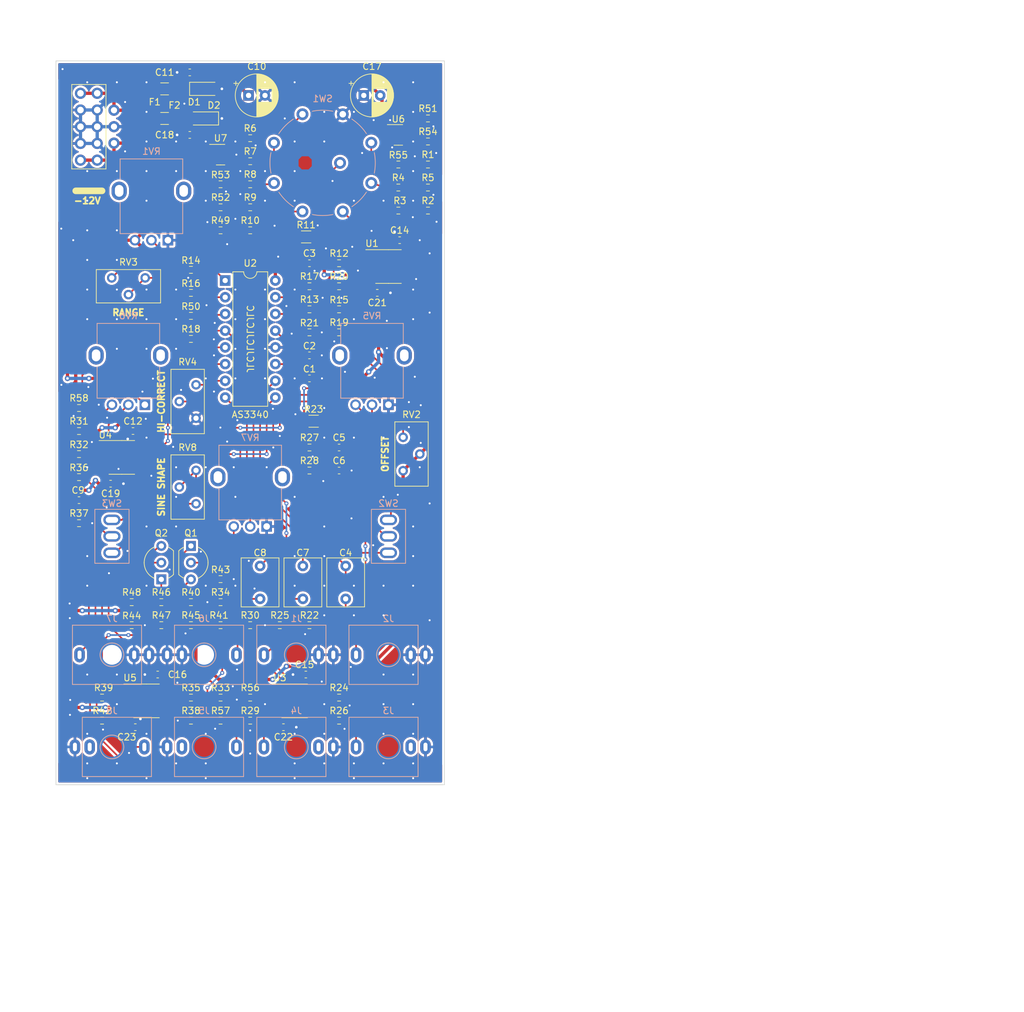
<source format=kicad_pcb>
(kicad_pcb (version 20241229) (generator "pcbnew") (generator_version "9.0")
  (layers (0 "F.Cu" signal) (2 "B.Cu" signal) (13 "F.Paste" user) (15 "B.Paste" user) (5 "F.SilkS" user "F.Silkscreen") (7 "B.SilkS" user "B.Silkscreen") (1 "F.Mask" user) (3 "B.Mask" user) (25 "Edge.Cuts" user))
  (net 0 "")
  (net 1 "+12V")
  (net 2 "-12V")
  (net 3 "GND")
  (net 4 "Net-(J2-PadT)")
  (net 5 "Net-(J4-PadT)")
  (net 6 "Net-(J5-PadT)")
  (net 7 "Net-(J8-PadT)")
  (net 9 "Net-(Q1-Pad1)")
  (net 10 "Net-(Q1-Pad2)")
  (net 11 "Net-(Q1-Pad3)")
  (net 12 "Net-(Q2-Pad1)")
  (net 13 "Net-(Q2-Pad2)")
  (net 14 "Net-(Q2-Pad3)")
  (net 15 "/-3V_REF")
  (net 16 "/-2V_REF")
  (net 17 "Net-(RV5-Pad2)")
  (net 18 "/-1V_REF")
  (net 19 "Net-(R16-Pad2)")
  (net 20 "Net-(R15-Pad2)")
  (net 21 "Net-(R23-Pad1)")
  (net 22 "Net-(SW1-Pad9)")
  (net 23 "/-5V_REF")
  (net 24 "/1V_REF")
  (net 25 "/5V_REF")
  (net 26 "Net-(R12-Pad2)")
  (net 27 "Net-(R29-Pad2)")
  (net 28 "Net-(R14-Pad2)")
  (net 29 "/CV")
  (net 30 "/LIN_FM")
  (net 31 "/EXP_FM")
  (net 32 "/HARD_SYNC")
  (net 33 "/SOFT_SYNC")
  (net 34 "/2V_REF")
  (net 35 "Net-(C8-Pad1)")
  (net 36 "Net-(C7-Pad1)")
  (net 37 "Net-(C9-Pad2)")
  (net 38 "+12V_RAW")
  (net 39 "-12V_RAW")
  (net 40 "Net-(C1-Pad1)")
  (net 41 "Net-(C2-Pad1)")
  (net 42 "Net-(C3-Pad1)")
  (net 43 "Net-(C4-Pad1)")
  (net 44 "Net-(C4-Pad2)")
  (net 45 "Net-(C5-Pad1)")
  (net 46 "Net-(C6-Pad2)")
  (net 47 "Net-(C8-Pad2)")
  (net 48 "Net-(C9-Pad1)")
  (net 49 "Net-(J1-PadT)")
  (net 50 "Net-(J3-PadT)")
  (net 54 "Net-(J6-PadT)")
  (net 55 "/3V_REF")
  (net 56 "/4V_REF")
  (net 57 "Net-(R11-Pad1)")
  (net 58 "Net-(R14-Pad1)")
  (net 59 "Net-(R19-Pad2)")
  (net 60 "Net-(R22-Pad1)")
  (net 61 "Net-(R24-Pad2)")
  (net 62 "Net-(R31-Pad1)")
  (net 63 "Net-(R32-Pad2)")
  (net 64 "Net-(R33-Pad2)")
  (net 65 "Net-(R35-Pad1)")
  (net 66 "Net-(R36-Pad2)")
  (net 67 "Net-(R39-Pad1)")
  (net 68 "Net-(R52-Pad2)")
  (net 69 "Net-(R16-Pad1)")
  (net 70 "Net-(RV4-Pad3)")
  (net 71 "Net-(RV6-Pad2)")
  (net 72 "Net-(RV7-Pad2)")
  (net 73 "Net-(U1-Pad6)")
  (net 74 "Net-(C7-Pad2)")
  (net 75 "Net-(R18-Pad2)")
  (net 76 "Net-(R51-Pad2)")
  (net 77 "Net-(R56-Pad1)")
  (net 78 "Net-(R58-Pad2)")
  (net 79 "/-4V_REF")
  (footprint "Fuse:Fuse_1206_3216Metric" (layer "F.Cu") (at 16.5 8.749998 180)
    (property "Reference" "F2")
    (property "Value" "BSMD1206-050-30V")
  )
  (footprint "Resistor_SMD:R_0603_1608Metric" (layer "F.Cu") (at 43 41.249998)
    (property "Reference" "R19")
    (property "Value" "2M2")
  )
  (footprint "Fuse:Fuse_1206_3216Metric" (layer "F.Cu") (at 16.5 4.249998)
    (property "Reference" "F1")
    (property "Value" "BSMD1206-050-30V")
  )
  (footprint "Resistor_SMD:R_0603_1608Metric" (layer "F.Cu") (at 29.5 11.749998)
    (property "Reference" "R6")
    (property "Value" "10k, 0.1%")
  )
  (footprint "Capacitor_SMD:C_0603_1608Metric" (layer "F.Cu") (at 20.325 11.249998)
    (property "Reference" "C18")
    (property "Value" "100n")
  )
  (footprint "Resistor_SMD:R_0603_1608Metric" (layer "F.Cu") (at 16 85.749998)
    (property "Reference" "R47")
    (property "Value" "100k")
  )
  (footprint "Capacitor_THT:C_Rect_L7.2mm_W5.5mm_P5.00mm_FKS2_FKP2_MKS2_MKP2" (layer "F.Cu") (at 37.5 76.749998 -90)
    (property "Reference" "C7")
    (property "Value" "1u,Film")
  )
  (footprint "Diode_SMD:D_SOD-123F" (layer "F.Cu") (at 22.5 8.749998 180)
    (property "Reference" "D2")
    (property "Value" "SM4007PL")
  )
  (footprint "Resistor_SMD:R_0603_1608Metric" (layer "F.Cu") (at 29.5 100.249998 180)
    (property "Reference" "R29")
    (property "Value" "1k")
  )
  (footprint "Resistor_SMD:R_0603_1608Metric" (layer "F.Cu") (at 25 96.749998 180)
    (property "Reference" "R33")
    (property "Value" "1k")
  )
  (footprint "Resistor_SMD:R_0603_1608Metric" (layer "F.Cu") (at 3.5 70.249998 180)
    (property "Reference" "R37")
    (property "Value" "100k")
  )
  (footprint "Resistor_SMD:R_0603_1608Metric" (layer "F.Cu") (at 29.5 96.749998 180)
    (property "Reference" "R56")
    (property "Value" "22k")
  )
  (footprint "Resistor_SMD:R_0603_1608Metric" (layer "F.Cu") (at 43 37.749998)
    (property "Reference" "R15")
    (property "Value" "150k")
  )
  (footprint "Resistor_SMD:R_0603_1608Metric" (layer "F.Cu") (at 20.5 100.249998 180)
    (property "Reference" "R38")
    (property "Value" "100k")
  )
  (footprint "Resistor_SMD:R_0603_1608Metric" (layer "F.Cu") (at 38.5 58.749998 180)
    (property "Reference" "R27")
    (property "Value" "1M")
  )
  (footprint "Resistor_SMD:R_0603_1608Metric" (layer "F.Cu") (at 56.5 19.249998 180)
    (property "Reference" "R5")
    (property "Value" "10k, 0.1%")
  )
  (footprint "Resistor_SMD:R_0603_1608Metric" (layer "F.Cu") (at 52 22.749998)
    (property "Reference" "R3")
    (property "Value" "10k, 0.1%")
  )
  (footprint "Resistor_SMD:R_0603_1608Metric" (layer "F.Cu") (at 43 30.749998)
    (property "Reference" "R12")
    (property "Value" "100k, 0.1%")
  )
  (footprint "Resistor_SMD:R_0603_1608Metric" (layer "F.Cu") (at 56.5 15.749998 180)
    (property "Reference" "R1")
    (property "Value" "10k, 0.1%")
  )
  (footprint "Resistor_SMD:R_0603_1608Metric" (layer "F.Cu") (at 20.5 96.749998)
    (property "Reference" "R35")
    (property "Value" "150k")
  )
  (footprint "Resistor_SMD:R_0603_1608Metric" (layer "F.Cu") (at 3.5 56.249998)
    (property "Reference" "R31")
    (property "Value" "68k")
  )
  (footprint "Capacitor_SMD:C_0603_1608Metric" (layer "F.Cu") (at 11.7 56.249998 180)
    (property "Reference" "C12")
    (property "Value" "100n")
  )
  (footprint "Resistor_SMD:R_0603_1608Metric" (layer "F.Cu") (at 29.5 85.749998 180)
    (property "Reference" "R30")
    (property "Value" "100k")
  )
  (footprint "Capacitor_THT:CP_Radial_D6.3mm_P2.50mm" (layer "F.Cu") (at 46.75 5.249998)
    (property "Reference" "C17")
    (property "Value" "47u")
  )
  (footprint "Capacitor_SMD:C_0603_1608Metric" (layer "F.Cu") (at 37.95 93.249998 180)
    (property "Reference" "C15")
    (property "Value" "100n")
  )
  (footprint "Capacitor_SMD:C_0603_1608Metric" (layer "F.Cu") (at 38.5 44.749998)
    (property "Reference" "C2")
    (property "Value" "100n")
  )
  (footprint "Resistor_SMD:R_0603_1608Metric" (layer "F.Cu") (at 3.5 59.749998)
    (property "Reference" "R32")
    (property "Value" "47k")
  )
  (footprint "Resistor_SMD:R_0603_1608Metric" (layer "F.Cu") (at 56.5 12.249998 180)
    (property "Reference" "R54")
    (property "Value" "10k, 0.1%")
  )
  (footprint "Package_SO:SOIC-8_3.9x4.9mm_P1.27mm" (layer "F.Cu") (at 50.5 31.249998)
    (property "Reference" "U1")
    (property "Value" "TL072")
  )
  (footprint "Resistor_SMD:R_0603_1608Metric" (layer "F.Cu") (at 16 82.249998 180)
    (property "Reference" "R46")
    (property "Value" "1k")
  )
  (footprint "Resistor_SMD:R_0603_1608Metric" (layer "F.Cu") (at 38.5 62.249998 180)
    (property "Reference" "R28")
    (property "Value" "470")
  )
  (footprint "Capacitor_SMD:C_0603_1608Metric" (layer "F.Cu") (at 43 62.249998 180)
    (property "Reference" "C6")
    (property "Value" "10n")
  )
  (footprint "Resistor_SMD:R_0603_1608Metric" (layer "F.Cu") (at 20.5 38.749998)
    (property "Reference" "R50")
    (property "Value" "620")
  )
  (footprint "Resistor_SMD:R_0603_1608Metric" (layer "F.Cu") (at 25 85.749998 180)
    (property "Reference" "R41")
    (property "Value" "10k")
  )
  (footprint "Package_TO_SOT_SMD:SOT-23" (layer "F.Cu") (at 25 14.249998)
    (property "Reference" "U7")
    (property "Value" "CJ431")
  )
  (footprint "Package_TO_SOT_SMD:SOT-23" (layer "F.Cu") (at 52 11.249998)
    (property "Reference" "U6")
    (property "Value" "CJ431")
  )
  (footprint "Resistor_SMD:R_0603_1608Metric" (layer "F.Cu") (at 20.5 82.249998 180)
    (property "Reference" "R40")
    (property "Value" "10k")
  )
  (footprint "Capacitor_SMD:C_0603_1608Metric" (layer "F.Cu") (at 3.5 66.749998 180)
    (property "Reference" "C9")
    (property "Value" "1n")
  )
  (footprint "Resistor_SMD:R_0603_1608Metric" (layer "F.Cu") (at 20.5 42.249998 180)
    (property "Reference" "R18")
    (property "Value" "1M")
  )
  (footprint "Potentiometer_THT:Potentiometer_Bourns_3296Y_Vertical" (layer "F.Cu") (at 13.55 32.974998)
    (property "Reference" "RV3")
    (property "Value" "10k")
  )
  (footprint "Package_DIP:DIP-16_W7.62mm" (layer "F.Cu") (at 25.7 33.374998)
    (property "Reference" "U2")
    (property "Value" "AS3340")
  )
  (footprint "Potentiometer_THT:Potentiometer_Bourns_3296Y_Vertical" (layer "F.Cu") (at 21.275 54.299998 -90)
    (property "Reference" "RV4")
    (property "Value" "10k")
  )
  (footprint "Package_TO_SOT_THT:TO-92_Inline_Wide" (layer "F.Cu") (at 16 78.789998 90)
    (property "Reference" "Q2")
    (property "Value" "2N3904")
  )
  (footprint "Resistor_SMD:R_0603_1608Metric" (layer "F.Cu") (at 38.5 37.749998)
    (property "Reference" "R13")
    (property "Value" "100k, 0.1%")
  )
  (footprint "Resistor_SMD:R_0603_1608Metric" (layer "F.Cu") (at 20.5 35.249998)
    (property "Reference" "R16")
    (property "Value" "5k6")
  )
  (footprint "Capacitor_SMD:C_0603_1608Metric" (layer "F.Cu") (at 43 58.749998)
    (property "Reference" "C5")
    (property "Value" "100n")
  )
  (footprint "Resistor_SMD:R_0603_1608Metric" (layer "F.Cu") (at 20.5 85.749998 180)
    (property "Reference" "R45")
    (property "Value" "22k")
  )
  (footprint "Resistor_SMD:R_0603_1608Metric" (layer "F.Cu") (at 29.5 25.749998)
    (property "Reference" "R10")
    (property "Value" "10k, 0.1%")
  )
  (footprint "Resistor_SMD:R_0603_1608Metric" (layer "F.Cu") (at 29.5 18.749998 180)
    (property "Reference" "R8")
    (property "Value" "10k, 0.1%")
  )
  (footprint "Resistor_SMD:R_0603_1608Metric" (layer "F.Cu") (at 7 96.749998)
    (property "Reference" "R39")
    (property "Value" "22k")
  )
  (footprint "Resistor_SMD:R_0603_1608Metric" (layer "F.Cu") (at 11.5 82.249998)
    (property "Reference" "R48")
    (property "Value" "100k")
  )
  (footprint "Resistor_SMD:R_0603_1608Metric" (layer "F.Cu") (at 25 18.749998)
    (property "Reference" "R53")
    (property "Value" "10k, 0.1%")
  )
  (footprint "Resistor_SMD:R_0603_1608Metric" (layer "F.Cu") (at 20.5 31.749998)
    (property "Reference" "R14")
    (property "Value" "24k")
  )
  (footprint "Package_SO:SOIC-8_3.9x4.9mm_P1.27mm" (layer "F.Cu") (at 13.75 97.249998)
    (property "Reference" "U5")
    (property "Value" "TL072")
  )
  (footprint "Resistor_SMD:R_0603_1608Metric" (layer "F.Cu") (at 52 15.749998)
    (property "Reference" "R55")
    (property "Value" "4.7k")
  )
  (footprint "Resistor_SMD:R_0603_1608Metric" (layer "F.Cu") (at 34 85.749998)
    (property "Reference" "R25")
    (property "Value" "51k")
  )
  (footprint "Package_SO:SOIC-8_3.9x4.9mm_P1.27mm" (layer "F.Cu") (at 36.25 97.249998)
    (property "Reference" "U3")
    (property "Value" "TL072")
  )
  (footprint "Potentiometer_THT:Potentiometer_Bourns_3296Y_Vertical" (layer "F.Cu") (at 52.725 57.199998 90)
    (property "Reference" "RV2")
    (property "Value" "50k")
  )
  (footprint "Resistor_SMD:R_0603_1608Metric" (layer "F.Cu") (at 25 78.749998)
    (property "Reference" "R43")
    (property "Value" "1k")
  )
  (footprint "Resistor_SMD:R_0603_1608Metric" (layer "F.Cu") (at 29.5 15.249998 180)
    (property "Reference" "R7")
    (property "Value" "10k, 0.1%")
  )
  (footprint "Resistor_SMD:R_0603_1608Metric" (layer "F.Cu") (at 43 96.749998 180)
    (property "Reference" "R24")
    (property "Value" "1k")
  )
  (footprint "Resistor_SMD:R_0603_1608Metric" (layer "F.Cu") (at 56.5 8.749998 180)
    (property "Reference" "R51")
    (property "Value" "10k, 0.1%")
  )
  (footprint "Capacitor_THT:C_Rect_L7.2mm_W5.5mm_P5.00mm_FKS2_FKP2_MKS2_MKP2" (layer "F.Cu") (at 31 76.749998 -90)
    (property "Reference" "C8")
    (property "Value" "1u,Film")
  )
  (footprint "Package_SO:SOIC-8_3.9x4.9mm_P1.27mm" (layer "F.Cu") (at 10 60.249998)
    (property "Reference" "U4")
    (property "Value" "TL072")
  )
  (footprint "Resistor_SMD:R_0603_1608Metric" (layer "F.Cu") (at 3.5 63.249998)
    (property "Reference" "R36")
    (property "Value" "47k")
  )
  (footprint "Resistor_SMD:R_0603_1608Metric" (layer "F.Cu") (at 43 100.249998 180)
    (property "Reference" "R26")
    (property "Value" "100k")
  )
  (footprint "Capacitor_SMD:C_0603_1608Metric" (layer "F.Cu") (at 12.05 101.249998 180)
    (property "Reference" "C23")
    (property "Value" "100n")
  )
  (footprint "Resistor_SMD:R_0603_1608Metric" (layer "F.Cu") (at 3.5 52.749998)
    (property "Reference" "R58")
    (property "Value" "1k")
  )
  (footprint "Resistor_SMD:R_0603_1608Metric" (layer "F.Cu") (at 38.5 41.249998)
    (property "Reference" "R21")
    (property "Value" "1.8k")
  )
  (footprint "Package_TO_SOT_THT:TO-92_Inline_Wide" (layer "F.Cu") (at 20.5 73.709998 -90)
    (property "Reference" "Q1")
    (property "Value" "2N3904")
  )
  (footprint "Capacitor_SMD:C_0603_1608Metric" (layer "F.Cu") (at 38.5 30.749998)
    (property "Reference" "C3")
    (property "Value" "10n")
  )
  (footprint "Resistor_SMD:R_0603_1608Metric" (layer "F.Cu") (at 43 34.249998 180)
    (property "Reference" "R20")
    (property "Value" "100k, 0.1%")
  )
  (footprint "Capacitor_SMD:C_0603_1608Metric" (layer "F.Cu") (at 15.45 93.249998 180)
    (property "Reference" "C16")
    (property "Value" "100n")
  )
  (footprint "Capacitor_SMD:C_0603_1608Metric" (layer "F.Cu") (at 48.8 35.249998 180)
    (property "Reference" "C21")
    (property "Value" "100n")
  )
  (footprint "Capacitor_SMD:C_0603_1608Metric" (layer "F.Cu") (at 20.325 1.749998 180)
    (property "Reference" "C11")
    (property "Value" "100n")
  )
  (footprint "Resistor_SMD:R_0603_1608Metric" (layer "F.Cu") (at 25 22.249998 180)
    (property "Reference" "R52")
    (property "Value" "10k, 0.1%")
  )
  (footprint "Diode_SMD:D_SOD-123F" (layer "F.Cu") (at 22.5 4.249998)
    (property "Reference" "D1")
    (property "Value" "SM4007PL")
  )
  (footprint "Connector_JST:JST_XH_B3B-XH-A_1x03_P2.50mm_Vertical" (layer "F.Cu") (at 8.81 12.499998 90)
    (property "Reference" "J9" (hide yes))
    (property "Value" "Eurorack Power")
  )
  (footprint "Resistor_SMD:R_0603_1608Metric" (layer "F.Cu") (at 38.5 34.249998)
    (property "Reference" "R17")
    (property "Value" "470")
  )
  (footprint "Resistor_SMD:R_0603_1608Metric" (layer "F.Cu") (at 38.5 85.749998)
    (property "Reference" "R22")
    (property "Value" "18k")
  )
  (footprint "Resistor_SMD:R_0603_1608Metric" (layer "F.Cu") (at 25 82.249998)
    (property "Reference" "R34")
    (property "Value" "100k")
  )
  (footprint "Capacitor_THT:CP_Radial_D6.3mm_P2.50mm" (layer "F.Cu") (at 29.25 5.249998)
    (property "Reference" "C10")
    (property "Value" "47u")
  )
  (footprint "Capacitor_THT:C_Rect_L7.2mm_W5.5mm_P5.00mm_FKS2_FKP2_MKS2_MKP2" (layer "F.Cu") (at 44 76.749998 -90)
    (property "Reference" "C4")
    (property "Value" "1u,Film")
  )
  (footprint "Resistor_SMD:R_0603_1608Metric" (layer "F.Cu") (at 52 19.249998 180)
    (property "Reference" "R4")
    (property "Value" "10k, 0.1%")
  )
  (footprint "Resistor_SMD:R_0603_1608Metric" (layer "F.Cu") (at 25 100.249998 180)
    (property "Reference" "R57")
    (property "Value" "100k")
  )
  (footprint "Capacitor_SMD:C_0603_1608Metric" (layer "F.Cu") (at 38.5 48.249998)
    (property "Reference" "C1")
    (property "Value" "1n")
  )
  (footprint "Resistor_SMD:R_1206_3216Metric" (layer "F.Cu") (at 39.1375 54.749998)
    (property "Reference" "R23")
    (property "Value" "1.2M")
  )
  (footprint "Resistor_SMD:R_0603_1608Metric" (layer "F.Cu") (at 7 100.249998 180)
    (property "Reference" "R42")
    (property "Value" "1k")
  )
  (footprint "Potentiometer_THT:Potentiometer_Bourns_3296Y_Vertical" (layer "F.Cu") (at 21.275 67.299998 -90)
    (property "Reference" "RV8")
    (property "Value" "50k")
  )
  (footprint "Resistor_SMD:R_0603_1608Metric" (layer "F.Cu") (at 56.5 22.749998)
    (property "Reference" "R2")
    (property "Value" "10k, 0.1%")
  )
  (footprint "Resistor_SMD:R_0603_1608Metric" (layer "F.Cu") (at 11.5 85.749998)
    (property "Reference" "R44")
    (property "Value" "1k")
  )
  (footprint "Resistor_SMD:R_1206_3216Metric_Pad1.30x1.75mm_HandSolder" (layer "F.Cu") (at 38 26.749998)
    (property "Reference" "R11")
    (property "Value" "1.2M")
  )
  (footprint "Connector_PinHeader_2.54mm:PinHeader_2x05_P2.54mm_Vertical" (layer "F.Cu") (at 3.725 4.924998)
    (property "Reference" "J10" (hide yes))
    (property "Value" "Eurorack Power")
  )
  (footprint "Capacitor_SMD:C_0603_1608Metric" (layer "F.Cu") (at 8.3 64.249998 180)
    (property "Reference" "C19")
    (property "Value" "100n")
  )
  (footprint "Capacitor_SMD:C_0603_1608Metric" (layer "F.Cu") (at 34.55 101.249998 180)
    (property "Reference" "C22")
    (property "Value" "100n")
  )
  (footprint "Resistor_SMD:R_0603_1608Metric" (layer "F.Cu") (at 25 25.749998 180)
    (property "Reference" "R49")
    (property "Value" "4.7k")
  )
  (footprint "Resistor_SMD:R_0603_1608Metric" (layer "F.Cu") (at 29.5 22.249998 180)
    (property "Reference" "R9")
    (property "Value" "10k, 0.1%")
  )
  (footprint "Capacitor_SMD:C_0603_1608Metric" (layer "F.Cu") (at 52.2 27.249998 180)
    (property "Reference" "C14")
    (property "Value" "100n")
  )
  (footprint "TimsLib:Potentiometer_Alpha_RD901F" (layer "B.Cu") (at 14.5 19.749998 180)
    (property "Reference" "RV1")
    (property "Value" "100k")
  )
  (footprint "TimsLib:Switch_SPDT_Micro-Toggle" (layer "B.Cu") (at 8.5 72.249998 180)
    (property "Reference" "SW3")
    (property "Value" "SOFT/HARD")
  )
  (footprint "TimsLib:Jack_3.5mm_PJ398SM_Vertical" (layer "B.Cu") (at 8.5 104.249998 90)
    (property "Reference" "J8")
    (property "Value" "Sine")
  )
  (footprint "TimsLib:Jack_3.5mm_PJ398SM_Vertical" (layer "B.Cu") (at 22.5 104.249998 90)
    (property "Reference" "J5")
    (property "Value" "Triangle")
  )
  (footprint "TimsLib:Switch_SPDT_Micro-Toggle" (layer "B.Cu") (at 50.5 72.249998 180)
    (property "Reference" "SW2")
    (property "Value" "EXP/LIN")
  )
  (footprint "TimsLib:Jack_3.5mm_PJ398SM_Vertical" (layer "B.Cu") (at 36.5 90.249998 -90)
    (property "Reference" "J1")
    (property "Value" "CV IN")
  )
  (footprint "TimsLib:Potentiometer_Alpha_RD901F" (layer "B.Cu") (at 29.5 63.249998 180)
    (property "Reference" "RV7")
    (property "Value" "100k")
  )
  (footprint "TimsLib:Jack_3.5mm_PJ398SM_Vertical" (layer "B.Cu") (at 50.5 104.249998 -90)
    (property "Reference" "J3")
    (property "Value" "Square")
  )
  (footprint "TimsLib:Potentiometer_Alpha_RD901F" (layer "B.Cu") (at 48 44.749998 180)
    (property "Reference" "RV5")
    (property "Value" "100k")
  )
  (footprint "TimsLib:Jack_3.5mm_PJ398SM_Vertical" (layer "B.Cu") (at 8.5 90.249998 -90)
    (property "Reference" "J7")
    (property "Value" "SYNC")
  )
  (footprint "TimsLib:Jack_3.5mm_PJ398SM_Vertical" (layer "B.Cu") (at 36.5 104.249998 -90)
    (property "Reference" "J4")
    (property "Value" "Saw")
  )
  (footprint "TimsLib:Jack_3.5mm_PJ398SM_Vertical" (layer "B.Cu") (at 22.5 90.249998 90)
    (property "Reference" "J6")
    (property "Value" "PWM CV")
  )
  (footprint "TimsLib:Switch_1P8T_Rotary" (layer "B.Cu") (at 40.5 15.499998 180)
    (property "Reference" "SW1")
    (property "Value" "SW_Rotary_8-Positions")
  )
  (footprint "TimsLib:Potentiometer_Alpha_RD901F" (layer "B.Cu") (at 11 44.749998 180)
    (property "Reference" "RV6")
    (property "Value" "100k")
  )
  (footprint "TimsLib:Jack_3.5mm_PJ398SM_Vertical" (layer "B.Cu") (at 50.5 90.249998 -90)
    (property "Reference" "J2")
    (property "Value" "FM")
  )
  (gr_line (start 3 19.749998) (end 7 19.749998) (stroke (width 1)) (layer "F.SilkS"))
  (gr_rect (start 0 0) (end 59 110) (stroke (width 0.1)) (fill no) (layer "Edge.Cuts"))
  (gr_text "-12V" (at 4.76796 21.249998 0) (layer "F.SilkS") (effects (font (size 1 1) (thickness 0.25))))
  (gr_text "JLCJLCJLCJLC" (at 29.5 42.249998 -90) (layer "F.SilkS") (effects (font (size 1 1)) (justify mirror)))
  (segment (start 56 68.249998) (end 56 83.749998) (width 0.5) (layer "F.Cu") (net 1))
  (segment (start 56.5 30.749998) (end 55.095 29.344998) (width 0.5) (layer "F.Cu") (net 1))
  (segment (start 55 38.249998) (end 56.5 36.749998) (width 0.5) (layer "F.Cu") (net 1))
  (segment (start 44.45 32.499998) (end 45.5 33.549998) (width 0.5) (layer "F.Cu") (net 1))
  (segment (start 9 55.749998) (end 10 54.749998) (width 0.5) (layer "F.Cu") (net 1))
  (segment (start 21.395426 4.249998) (end 23.395426 2.249998) (width 0.5) (layer "F.Cu") (net 1))
  (segment (start 43.5 32.499998) (end 44.45 32.499998) (width 0.5) (layer "F.Cu") (net 1))
  (segment (start 55.095 29.344998) (end 52.975 29.344998) (width 0.5) (layer "F.Cu") (net 1))
  (segment (start 5 48.249998) (end 12.965885 48.249998) (width 0.5) (layer "F.Cu") (net 1))
  (segment (start 40.75 29.799998) (end 39.893791 28.943789) (width 0.5) (layer "F.Cu") (net 1))
  (segment (start 42.366453 54.749998) (end 43.25 53.866451) (width 0.5) (layer "F.Cu") (net 1))
  (segment (start 52.725 62.279998) (end 52.725 64.974998) (width 0.5) (layer "F.Cu") (net 1))
  (segment (start 12.965885 48.249998) (end 15.241471 50.525584) (width 0.5) (layer "F.Cu") (net 1))
  (segment (start 45.5 33.549998) (end 45.5 34.749998) (width 0.5) (layer "F.Cu") (net 1))
  (segment (start 55.265 59.739998) (end 52.725 62.279998) (width 0.5) (layer "F.Cu") (net 1))
  (segment (start 21.325 83.743507) (end 21.831491 84.249998) (width 0.5) (layer "F.Cu") (net 1))
  (segment (start 24.175 25.749998) (end 13.5 25.749998) (width 0.5) (layer "F.Cu") (net 1))
  (segment (start 6.5 56.249998) (end 4.325 56.249998) (width 0.5) (layer "F.Cu") (net 1))
  (segment (start 25.825 86.866773) (end 25.825 85.749998) (width 0.5) (layer "F.Cu") (net 1))
  (segment (start 24.75 93.999998) (end 24 93.249998) (width 0.5) (layer "F.Cu") (net 1))
  (segment (start 35 91.999998) (end 38.240872 91.999998) (width 0.5) (layer "F.Cu") (net 1))
  (segment (start 1 3.249998) (end 2.5 1.749998) (width 0.5) (layer "F.Cu") (net 1))
  (segment (start 21.1 1.749998) (end 21.1 4.249998) (width 0.5) (layer "F.Cu") (net 1))
  (segment (start 13.5 25.749998) (end 12 27.249998) (width 0.5) (layer "F.Cu") (net 1))
  (segment (start 21.25 93.249998) (end 21.25 88.494866) (width 0.5) (layer "F.Cu") (net 1))
  (segment (start 38.725 93.249998) (end 46.5 93.249998) (width 0.5) (layer "F.Cu") (net 1))
  (segment (start 26.25 2.249998) (end 29.25 5.249998) (width 0.5) (layer "F.Cu") (net 1))
  (segment (start 49 38.249998) (end 49 44.249998) (width 0.5) (layer "F.Cu") (net 1))
  (segment (start 43.25 51.499998) (end 47.5 47.249998) (width 0.5) (layer "F.Cu") (net 1))
  (segment (start 15.241471 50.525584) (end 15.241471 54.964025) (width 0.5) (layer "F.Cu") (net 1))
  (segment (start 1.75 48.249998) (end 1.75 29.752657) (width 0.5) (layer "F.Cu") (net 1))
  (segment (start 1 23.997339) (end 1 3.249998) (width 0.5) (layer "F.Cu") (net 1))
  (segment (start 2.5 1.749998) (end 15.658282 1.749998) (width 0.5) (layer "F.Cu") (net 1))
  (segment (start 40.75 32.499998) (end 40.75 29.799998) (width 0.5) (layer "F.Cu") (net 1))
  (segment (start 36.306209 28.943789) (end 33.32 31.929998) (width 0.5) (layer "F.Cu") (net 1))
  (segment (start 56.5 36.749998) (end 56.5 30.749998) (width 0.5) (layer "F.Cu") (net 1))
  (segment (start 49 44.249998) (end 56.5 51.749998) (width 0.5) (layer "F.Cu") (net 1))
  (segment (start 13.955498 56.249998) (end 12.475 56.249998) (width 0.5) (layer "F.Cu") (net 1))
  (segment (start 49 38.249998) (end 55 38.249998) (width 0.5) (layer "F.Cu") (net 1))
  (segment (start 25.825 84.747673) (end 25.825 85.749998) (width 0.5) (layer "F.Cu") (net 1))
  (segment (start 12 27.249998) (end 15 30.249998) (width 0.5) (layer "F.Cu") (net 1))
  (segment (start 21.1 4.249998) (end 21.395426 4.249998) (width 0.5) (layer "F.Cu") (net 1))
  (segment (start 24 93.249998) (end 21.25 93.249998) (width 0.5) (layer "F.Cu") (net 1))
  (segment (start 15.658282 1.749998) (end 17.9 3.991716) (width 0.5) (layer "F.Cu") (net 1))
  (segment (start 45.5 34.749998) (end 49 38.249998) (width 0.5) (layer "F.Cu") (net 1))
  (segment (start 56 83.749998) (end 46.5 93.249998) (width 0.5) (layer "F.Cu") (net 1))
  (segment (start 38.240872 91.999998) (end 38.725 92.484126) (width 0.5) (layer "F.Cu") (net 1))
  (segment (start 31.64 30.249998) (end 33.32 31.929998) (width 0.5) (layer "F.Cu") (net 1))
  (segment (start 7 55.749998) (end 6.5 56.249998) (width 0.5) (layer "F.Cu") (net 1))
  (segment (start 10 54.749998) (end 11.99973 54.749998) (width 0.5) (layer "F.Cu") (net 1))
  (segment (start 12.475 55.225268) (end 12.475 56.249998) (width 0.5) (layer "F.Cu") (net 1))
  (segment (start 43.25 53.866451) (end 43.25 51.499998) (width 0.5) (layer "F.Cu") (net 1))
  (segment (start 52.975 27.249998) (end 52.975 29.344998) (width 0.5) (layer "F.Cu") (net 1))
  (segment (start 23.395426 2.249998) (end 26.25 2.249998) (width 0.5) (layer "F.Cu") (net 1))
  (segment (start 16.225 93.249998) (end 21.25 93.249998) (width 0.5) (layer "F.Cu") (net 1))
  (segment (start 25.344217 87.347556) (end 25.825 86.866773) (width 0.5) (layer "F.Cu") (net 1))
  (segment (start 15.241471 54.964025) (end 13.955498 56.249998) (width 0.5) (layer "F.Cu") (net 1))
  (segment (start 22.39731 87.347556) (end 25.344217 87.347556) (width 0.5) (layer "F.Cu") (net 1))
  (segment (start 25.327325 84.249998) (end 25.825 84.747673) (width 0.5) (layer "F.Cu") (net 1))
  (segment (start 12 27.249998) (end 4.252659 27.249998) (width 0.5) (layer "F.Cu") (net 1))
  (segment (start 52.725 64.974998) (end 56 68.249998) (width 0.5) (layer "F.Cu") (net 1))
  (segment (start 11.99973 54.749998) (end 12.475 55.225268) (width 0.5) (layer "F.Cu") (net 1))
  (segment (start 39.893791 28.943789) (end 36.306209 28.943789) (width 0.5) (layer "F.Cu") (net 1))
  (segment (start 33.32 31.929998) (end 33.32 33.374998) (width 0.5) (layer "F.Cu") (net 1))
  (segment (start 38.725 92.484126) (end 38.725 93.249998) (width 0.5) (layer "F.Cu") (net 1))
  (segment (start 40.6 54.749998) (end 42.366453 54.749998) (width 0.5) (layer "F.Cu") (net 1))
  (segment (start 1.75 29.752657) (end 4.252659 27.249998) (width 0.5) (layer "F.Cu") (net 1))
  (segment (start 17.9 3.991716) (end 17.9 4.249998) (width 0.5) (layer "F.Cu") (net 1))
  (segment (start 56.5 51.749998) (end 56.5 58.504998) (width 0.5) (layer "F.Cu") (net 1))
  (segment (start 38.725 93.249998) (end 38.725 95.344998) (width 0.5) (layer "F.Cu") (net 1))
  (segment (start 16.225 95.344998) (end 16.225 93.249998) (width 0.5) (layer "F.Cu") (net 1))
  (segment (start 21.831491 84.249998) (end 25.327325 84.249998) (width 0.5) (layer "F.Cu") (net 1))
  (segment (start 4.252659 27.249998) (end 1 23.997339) (width 0.5) (layer "F.Cu") (net 1))
  (segment (start 32.9 93.999998) (end 24.75 93.999998) (width 0.5) (layer "F.Cu") (net 1))
  (segment (start 21.25 88.494866) (end 22.39731 87.347556) (width 0.5) (layer "F.Cu") (net 1))
  (segment (start 15 30.249998) (end 31.64 30.249998) (width 0.5) (layer "F.Cu") (net 1))
  (segment (start 21.325 82.249998) (end 21.325 83.743507) (width 0.5) (layer "F.Cu") (net 1))
  (segment (start 17.9 4.249998) (end 21.1 4.249998) (width 0.5) (layer "F.Cu") (net 1))
  (segment (start 12.475 58.344998) (end 12.475 56.249998) (width 0.5) (layer "F.Cu") (net 1))
  (segment (start 56.5 58.504998) (end 55.265 59.739998) (width 0.5) (layer "F.Cu") (net 1))
  (via (at 9 55.749998) (size 0.8) (drill 0.4) (layers "F.Cu" "B.Cu") (net 1))
  (via (at 1.75 48.249998) (size 0.8) (drill 0.4) (layers "F.Cu" "B.Cu") (net 1))
  (via (at 49 44.249998) (size 0.8) (drill 0.4) (layers "F.Cu" "B.Cu") (net 1))
  (via (at 32.9 93.999998) (size 0.8) (drill 0.4) (layers "F.Cu" "B.Cu") (net 1))
  (via (at 7 55.749998) (size 0.8) (drill 0.4) (layers "F.Cu" "B.Cu") (net 1))
  (via (at 43.5 32.499998) (size 0.8) (drill 0.4) (layers "F.Cu" "B.Cu") (net 1))
  (via (at 40.75 32.499998) (size 0.8) (drill 0.4) (layers "F.Cu" "B.Cu") (net 1))
  (via (at 47.5 47.249998) (size 0.8) (drill 0.4) (layers "F.Cu" "B.Cu") (net 1))
  (via (at 35 91.999998) (size 0.8) (drill 0.4) (layers "F.Cu" "B.Cu") (net 1))
  (via (at 5 48.249998) (size 0.8) (drill 0.4) (layers "F.Cu" "B.Cu") (net 1))
  (segment (start 35 91.999998) (end 33 93.999998) (width 0.5) (layer "B.Cu") (net 1))
  (segment (start 5 48.249998) (end 1.75 48.249998) (width 0.5) (layer "B.Cu") (net 1))
  (segment (start 49 44.249998) (end 49 45.749998) (width 0.5) (layer "B.Cu") (net 1))
  (segment (start 49 45.749998) (end 47.5 47.249998) (width 0.5) (layer "B.Cu") (net 1))
  (segment (start 33 93.999998) (end 32.9 93.999998) (width 0.5) (layer "B.Cu") (net 1))
  (segment (start 9 55.749998) (end 7 55.749998) (width 0.5) (layer "B.Cu") (net 1))
  (segment (start 43.5 32.499998) (end 40.75 32.499998) (width 0.5) (layer "B.Cu") (net 1))
  (segment (start 33.97247 107.912005) (end 56.587993 107.912005) (width 0.5) (layer "F.Cu") (net 2))
  (segment (start 3 39.478526) (end 4.410322 38.068204) (width 0.5) (layer "F.Cu") (net 2))
  (segment (start 6.5 64.249998) (end 7.525 64.249998) (width 0.5) (layer "F.Cu") (net 2))
  (segment (start 4 98.249998) (end 1 98.249998) (width 0.5) (layer "F.Cu") (net 2))
  (segment (start 45 11.249998) (end 46.023327 10.226671) (width 0.5) (layer "F.Cu") (net 2))
  (segment (start 49.523327 5.523325) (end 49.523327 10.226671) (width 0.5) (layer "F.Cu") (net 2))
  (segment (start 15.175 84.424998) (end 15.175 85.749998) (width 0.5) (layer "F.Cu") (net 2))
  (segment (start 33.97247 101.447468) (end 33.775 101.249998) (width 0.5) (layer "F.Cu") (net 2))
  (segment (start 56 24.749998) (end 49 24.749998) (width 0.5) (layer "F.Cu") (net 2))
  (segment (start 12.325 83.536703) (end 14.286705 83.536703) (width 0.5) (layer "F.Cu") (net 2))
  (segment (start 1 83.52014) (end 1 65.249998) (width 0.5) (layer "F.Cu") (net 2))
  (segment (start 12.325 83.536703) (end 12.325 82.249998) (width 0.5) (layer "F.Cu") (net 2))
  (segment (start 21.1 11.249998) (end 21.1 8.749998) (width 0.5) (layer "F.Cu") (net 2))
  (segment (start 50.707028 28.457026) (end 50.707028 32.04297) (width 0.5) (layer "F.Cu") (net 2))
  (segment (start 1 98.249998) (end 1 106.249998) (width 0.5) (layer "F.Cu") (net 2))
  (segment (start 1 98.249998) (end 1 83.52014) (width 0.5) (layer "F.Cu") (net 2))
  (segment (start 58 106.499998) (end 58 26.749998) (width 0.5) (layer "F.Cu") (net 2))
  (segment (start 4 83.536703) (end 1.016563 83.536703) (width 0.5) (layer "F.Cu") (net 2))
  (segment (start 2.662007 107.912005) (end 33.97247 107.912005) (width 0.5) (layer "F.Cu") (net 2))
  (segment (start 1.016563 83.536703) (end 1 83.52014) (width 0.5) (layer "F.Cu") (net 2))
  (segment (start 33.97247 107.912005) (end 33.97247 101.447468) (width 0.5) (layer "F.Cu") (net 2))
  (segment (start 39.25 3.249998) (end 47.25 3.249998) (width 0.5) (layer "F.Cu") (net 2))
  (segment (start 49 26.749998) (end 50.707028 28.457026) (width 0.5) (layer "F.Cu") (net 2))
  (segment (start 49 24.749998) (end 49 26.749998) (width 0.5) (layer "F.Cu") (net 2))
  (segment (start 47.25 3.249998) (end 49.25 5.249998) (width 0.5) (layer "F.Cu") (net 2))
  (segment (start 50 15.749998) (end 51.175 15.749998) (width 0.5) (layer "F.Cu") (net 2))
  (segment (start 9 83.536703) (end 12.325 83.536703) (width 0.5) (layer "F.Cu") (net 2))
  (segment (start 33.775 99.154998) (end 33.775 101.249998) (width 0.5) (layer "F.Cu") (net 2))
  (segment (start 1 50.749998) (end 3 48.749998) (width 0.5) (layer "F.Cu") (net 2))
  (segment (start 3 48.749998) (end 3 39.478526) (width 0.5) (layer "F.Cu") (net 2))
  (segment (start 18.993206 38.068204) (end 19.675 38.749998) (width 0.5) (layer "F.Cu") (net 2))
  (segment (start 49 24.749998) (end 42.5 24.749998) (width 0.5) (layer "F.Cu") (net 2))
  (segment (start 46.023327 10.226671) (end 49.523327 10.226671) (width 0.5) (layer "F.Cu") (net 2))
  (segment (start 17.9 8.749998) (end 21.1 8.749998) (width 0.5) (layer "F.Cu") (net 2))
  (segment (start 14.286705 83.536703) (end 15.175 84.424998) (width 0.5) (layer "F.Cu") (net 2))
  (segment (start 1 106.249998) (end 2.662007 107.912005) (width 0.5) (layer "F.Cu") (net 2))
  (segment (start 45 17.249998) (end 45 11.249998) (width 0.5) (layer "F.Cu") (net 2))
  (segment (start 49.25 5.249998) (end 49.523327 5.523325) (width 0.5) (layer "F.Cu") (net 2))
  (segment (start 42.5 24.749998) (end 41.5 23.749998) (width 0.5) (layer "F.Cu") (net 2))
  (segment (start 22.6 7.249998) (end 35.25 7.249998) (width 0.5) (layer "F.Cu") (net 2))
  (segment (start 35.25 7.249998) (end 39.25 3.249998) (width 0.5) (layer "F.Cu") (net 2))
  (segment (start 49.523327 10.226671) (end 49.523327 15.273325) (width 0.5) (layer "F.Cu") (net 2))
  (segment (start 4.410322 38.068204) (end 18.993206 38.068204) (width 0.5) (layer "F.Cu") (net 2))
  (segment (start 7.5 98.249998) (end 8.147705 98.249998) (width 0.5) (layer "F.Cu") (net 2))
  (segment (start 7.525 62.154998) (end 7.525 64.249998) (width 0.5) (layer "F.Cu") (net 2))
  (segment (start 49.523327 15.273325) (end 50 15.749998) (width 0.5) (layer "F.Cu") (net 2))
  (segment (start 8.147705 98.249998) (end 9.052705 99.154998) (width 0.5) (layer "F.Cu") (net 2))
  (segment (start 1 65.249998) (end 5 65.249998) (width 0.5) (layer "F.Cu") (net 2))
  (segment (start 58 26.749998) (end 56 24.749998) (width 0.5) (layer "F.Cu") (net 2))
  (segment (start 50.707028 32.04297) (end 49.595 33.154998) (width 0.5) (layer "F.Cu") (net 2))
  (segment (start 49.595 33.154998) (end 48.025 33.154998) (width 0.5) (layer "F.Cu") (net 2))
  (segment (start 6 63.749998) (end 6.5 64.249998) (width 0.5) (layer "F.Cu") (net 2))
  (segment (start 41.5 23.749998) (end 41.5 20.749998) (width 0.5) (layer "F.Cu") (net 2))
  (segment (start 41.5 20.749998) (end 45 17.249998) (width 0.5) (layer "F.Cu") (net 2))
  (segment (start 48.025 35.249998) (end 48.025 33.154998) (width 0.5) (layer "F.Cu") (net 2))
  (segment (start 56.587993 107.912005) (end 58 106.499998) (width 0.5) (layer "F.Cu") (net 2))
  (segment (start 9.052705 99.154998) (end 11.275 99.154998) (width 0.5) (layer "F.Cu") (net 2))
  (segment (start 21.1 8.749998) (end 22.6 7.249998) (width 0.5) (layer "F.Cu") (net 2))
  (segment (start 11.275 101.249998) (end 11.275 99.154998) (width 0.5) (layer "F.Cu") (net 2))
  (segment (start 1 65.249998) (end 1 50.749998) (width 0.5) (layer "F.Cu") (net 2))
  (via (at 4 98.249998) (size 0.8) (drill 0.4) (layers "F.Cu" "B.Cu") (net 2))
  (via (at 5 65.249998) (size 0.8) (drill 0.4) (layers "F.Cu" "B.Cu") (net 2))
  (via (at 7.5 98.249998) (size 0.8) (drill 0.4) (layers "F.Cu" "B.Cu") (net 2))
  (via (at 9 83.536703) (size 0.8) (drill 0.4) (layers "F.Cu" "B.Cu") (net 2))
  (via (at 4 83.536703) (size 0.8) (drill 0.4) (layers "F.Cu" "B.Cu") (net 2))
  (via (at 6 63.749998) (size 0.8) (drill 0.4) (layers "F.Cu" "B.Cu") (net 2))
  (segment (start 4 83.536703) (end 9 83.536703) (width 0.5) (layer "B.Cu") (net 2))
  (segment (start 5 65.249998) (end 6 63.749998) (width 0.5) (layer "B.Cu") (net 2))
  (segment (start 4 98.249998) (end 7.5 98.249998) (width 0.5) (layer "B.Cu") (net 2))
  (segment (start 49.575 35.249998) (end 50.8 35.249998) (width 0.5) (layer "F.Cu") (net 3))
  (segment (start 13.5 93.249998) (end 14.675 93.249998) (width 0.5) (layer "F.Cu") (net 3))
  (segment (start 51.425 27.249998) (end 51.425 27.240931) (width 0.25) (layer "F.Cu") (net 3))
  (segment (start 43.825 100.249998) (end 43.825 101.499998) (width 0.25) (layer "F.Cu") (net 3))
  (segment (start 35.325 101.249998) (end 36.5 101.249998) (width 0.5) (layer "F.Cu") (net 3))
  (segment (start 2.675 52.749998) (end 2.675 53.951561) (width 0.25) (layer "F.Cu") (net 3))
  (segment (start 25.9375 14.249998) (end 27.4 14.249998) (width 0.25) (layer "F.Cu") (net 3))
  (segment (start 23.9 8.749998) (end 25.2 8.749998) (width 0.5) (layer "F.Cu") (net 3))
  (segment (start 24.175 82.249998) (end 23 82.249998) (width 0.25) (layer "F.Cu") (net 3))
  (segment (start 12.825 101.249998) (end 12.825 99.999998) (width 0.5) (layer "F.Cu") (net 3))
  (segment (start 23.9 4.249998) (end 25.2 4.249998) (width 0.5) (layer "F.Cu") (net 3))
  (segment (start 54.695 33.154998) (end 54.7 33.149998) (width 0.25) (layer "F.Cu") (net 3))
  (segment (start 40.4 48.249998) (end 39.275 48.249998) (width 0.25) (layer "F.Cu") (net 3))
  (segment (start 39.275 30.749998) (end 39.275 31.899998) (width 0.25) (layer "F.Cu") (net 3))
  (segment (start 39.331585 41.256583) (end 39.325 41.249998) (width 0.25) (layer "F.Cu") (net 3))
  (segment (start 4.325 70.249998) (end 5.5 70.249998) (width 0.25) (layer "F.Cu") (net 3))
  (segment (start 25.825 78.749998) (end 27 78.749998) (width 0.25) (layer "F.Cu") (net 3))
  (segment (start 9.075 64.249998) (end 10.25 64.249998) (width 0.5) (layer "F.Cu") (net 3))
  (segment (start 30.325 85.749998) (end 31.750001 85.749998) (width 0.25) (layer "F.Cu") (net 3))
  (segment (start 19.674588 85.75041) (end 19.675 85.749998) (width 0.25) (layer "F.Cu") (net 3))
  (segment (start 10.9 57.449998) (end 10.925 57.424998) (width 0.5) (layer "F.Cu") (net 3))
  (segment (start 19.675 100.249998) (end 18.5 100.249998) (width 0.25) (layer "F.Cu") (net 3))
  (segment (start 30.325 11.749998) (end 30.325 12.849998) (width 0.25) (layer "F.Cu") (net 3))
  (segment (start 12.325 85.749998) (end 13.5 85.749998) (width 0.25) (layer "F.Cu") (net 3))
  (segment (start 57.325 19.249998) (end 57.325 20.349998) (width 0.25) (layer "F.Cu") (net 3))
  (segment (start 57.325 8.749998) (end 57.325 9.949998) (width 0.25) (layer "F.Cu") (net 3))
  (segment (start 24.175 101.481788) (end 24.174186 101.482602) (width 0.25) (layer "F.Cu") (net 3))
  (segment (start 51.427044 25.962629) (end 51.427044 27.238887) (width 0.5) (layer "F.Cu") (net 3))
  (segment (start 40.3755 41.256583) (end 39.331585 41.256583) (width 0.25) (layer "F.Cu") (net 3))
  (segment (start 37.175 93.249998) (end 36 93.249998) (width 0.5) (layer "F.Cu") (net 3))
  (segment (start 24.175 100.249998) (end 24.175 101.481788) (width 0.25) (layer "F.Cu") (net 3))
  (segment (start 33.175 85.749998) (end 31.750001 85.749998) (width 0.25) (layer "F.Cu") (net 3))
  (segment (start 19.55 1.749998) (end 18.4 1.749998) (width 0.5) (layer "F.Cu") (net 3))
  (segment (start 40.3755 44.749998) (end 39.275 44.749998) (width 0.25) (layer "F.Cu") (net 3))
  (segment (start 51.427044 27.238887) (end 51.425 27.240931) (width 0.5) (layer "F.Cu") (net 3))
  (segment (start 52.975 33.154998) (end 54.695 33.154998) (width 0.25) (layer "F.Cu") (net 3))
  (segment (start 18.4 11.249998) (end 19.55 11.249998) (width 0.5) (layer "F.Cu") (net 3))
  (segment (start 25.825 18.749998) (end 25.825 19.849998) (width 0.25) (layer "F.Cu") (net 3))
  (segment (start 10.925 57.424998) (end 10.925 56.249998) (width 0.5) (layer "F.Cu") (net 3))
  (segment (start 19.674588 86.999998) (end 19.674588 85.75041) (width 0.25) (layer "F.Cu") (net 3))
  (segment (start 43.775 62.249998) (end 44.9 62.249998) (width 0.25) (layer "F.Cu") (net 3))
  (segment (start 51.0625 12.199998) (end 51.0625 13.149998) (width 0.25) (layer "F.Cu") (net 3))
  (via (at 6.5 52.249998) (size 0.6) (drill 0.3) (layers "F.Cu" "B.Cu") (net 3))
  (via (at 18.25 39.249998) (size 0.6) (drill 0.3) (layers "F.Cu" "B.Cu") (net 3))
  (via (at 54.25 70.749998) (size 0.6) (drill 0.3) (layers "F.Cu" "B.Cu") (net 3))
  (via (at 54.25 7.749998) (size 0.6) (drill 0.3) (layers "F.Cu" "B.Cu") (net 3))
  (via (at 17.8 58.649998) (size 0.6) (drill 0.3) (layers "F.Cu" "B.Cu") (net 3))
  (via (at 49.75 66.249998) (size 0.6) (drill 0.3) (layers "F.Cu" "B.Cu") (net 3))
  (via (at 36 93.249998) (size 0.8) (drill 0.4) (layers "F.Cu" "B.Cu") (net 3))
  (via (at 10.861389 74.468172) (size 0.6) (drill 0.3) (layers "F.Cu" "B.Cu") (net 3))
  (via (at 31.75 48.249998) (size 0.6) (drill 0.3) (layers "F.Cu" "B.Cu") (net 3))
  (via (at 48.179651 73.599935) (size 0.6) (drill 0.3) (layers "F.Cu" "B.Cu") (net 3))
  (via (at 54.25 3.249998) (size 0.6) (drill 0.3) (layers "F.Cu" "B.Cu") (net 3))
  (via (at 4.75 3.249998) (size 0.6) (drill 0.3) (layers "F.Cu" "B.Cu") (net 3))
  (via (at 53.6 51.849998) (size 0.6) (drill 0.3) (layers "F.Cu" "B.Cu") (net 3))
  (via (at 9.5 61.999998) (size 0.6) (drill 0.3) (layers "F.Cu" "B.Cu") (net 3))
  (via (at 22.75 108.999998) (size 0.6) (drill 0.3) (layers "F.Cu" "B.Cu") (net 3))
  (via (at 5.455781 57.91882) (size 0.6) (drill 0.3) (layers "F.Cu" "B.Cu") (net 3))
  (via (at 55.25 27.249998) (size 0.6) (drill 0.3) (layers "F.Cu" "B.Cu") (net 3))
  (via (at 36.25 48.249998) (size 0.6) (drill 0.3) (layers "F.Cu" "B.Cu") (net 3))
  (via (at 14.483698 63.044292) (size 0.6) (drill 0.3) (layers "F.Cu" "B.Cu") (net 3))
  (via (at 54.25 34.749998) (size 0.6) (drill 0.3) (layers "F.Cu" "B.Cu") (net 3))
  (via (at 13.75 7.749998) (size 0.6) (drill 0.3) (layers "F.Cu" "B.Cu") (net 3))
  (via (at 49.75 102.249998) (size 0.6) (drill 0.3) (layers "F.Cu" "B.Cu") (net 3))
  (via (at 45.25 108.999998) (size 0.6) (drill 0.3) (layers "F.Cu" "B.Cu") (net 3))
  (via (at 25.2 4.249998) (size 0.8) (drill 0.4) (layers "F.Cu" "B.Cu") (net 3))
  (via (at 40.75 7.749998) (size 0.6) (drill 0.3) (layers "F.Cu" "B.Cu") (net 3))
  (via (at 36.25 21.249998) (size 0.6) (drill 0.3) (layers "F.Cu" "B.Cu") (net 3))
  (via (at 57.325 20.349998) (size 0.6) (drill 0.3) (layers "F.Cu" "B.Cu") (net 3))
  (via (at 36.25 79.749998) (size 0.6) (drill 0.3) (layers "F.Cu" "B.Cu") (net 3))
  (via (at 9.25 39.249998) (size 0.6) (drill 0.3) (layers "F.Cu" "B.Cu") (net 3))
  (via (at 19.674588 86.999998) (size 0.6) (drill 0.3) (layers "F.Cu" "B.Cu") (net 3))
  (via (at 4.75 39.249998) (size 0.6) (drill 0.3) (layers "F.Cu" "B.Cu") (net 3))
  (via (at 2.127343 99.37734) (size 0.6) (drill 0.3) (layers "F.Cu" "B.Cu") (net 3))
  (via (at 7.768192 54.220971) (size 0.6) (drill 0.3) (layers "F.Cu" "B.Cu") (net 3))
  (via (at 36.25 34.749998) (size 0.6) (drill 0.3) (layers "F.Cu" "B.Cu") (net 3))
  (via (at 55.25 61.749998) (size 0.6) (drill 0.3) (layers "F.Cu" "B.Cu") (net 3))
  (via (at 30.154681 80.183304) (size 0.6) (drill 0.3) (layers "F.Cu" "B.Cu") (net 3))
  (via (at 40.75 12.249998) (size 0.6) (drill 0.3) (layers "F.Cu" "B.Cu") (net 3))
  (via (at 22.75 21.249998) (size 0.6) (drill 0.3) (layers "F.Cu" "B.Cu") (net 3))
  (via (at 9.25 25.749998) (size 0.6) (drill 0.3) (layers "F.Cu" "B.Cu") (net 3))
  (via (at 22.862735 37.129086) (size 0.6) (drill 0.3) (layers "F.Cu" "B.Cu") (net 3))
  (via (at 18.25 34.749998) (size 0.6) (drill 0.3) (layers "F.Cu" "B.Cu") (net 3))
  (via (at 11.097408 105.165563) (size 0.6) (drill 0.3) (layers "F.Cu" "B.Cu") (net 3))
  (via (at 22.75 16.749998) (size 0.6) (drill 0.3) (layers "F.Cu" "B.Cu") (net 3))
  (via (at 42.265078 42.626193) (size 0.6) (drill 0.3) (layers "F.Cu" "B.Cu") (net 3))
  (via (at 54.25 39.249998) (size 0.6) (drill 0.3) (layers "F.Cu" "B.Cu") (net 3))
  (via (at 31.75 39.249998) (size 0.6) (drill 0.3) (layers "F.Cu" "B.Cu") (net 3))
  (via (at 46.5 13.999998) (size 0.6) (drill 0.3) (layers "F.Cu" "B.Cu") (net 3))
  (via (at 27.25 79.749998) (size 0.6) (drill 0.3) (layers "F.Cu" "B.Cu") (net 3))
  (via (at 48.405567 48.141408) (size 0.6) (drill 0.3) (layers "F.Cu" "B.Cu") (net 3))
  (via (at 1 1.249998) (size 0.6) (drill 0.3) (layers "F.Cu" "B.Cu") (net 3))
  (via (at 23 82.249998) (size 0.6) (drill 0.3) (layers "F.Cu" "B.Cu") (net 3))
  (via (at 39.275 31.899998) (size 0.6) (drill 0.3) (layers "F.Cu" "B.Cu") (net 3))
  (via (at 40.6 63.849998) (size 0.6) (drill 0.3) (layers "F.Cu" "B.Cu") (net 3))
  (via (at 9.25 106.749998) (size 0.6) (drill 0.3) (layers "F.Cu" "B.Cu") (net 3))
  (via (at 28 20.249998) (size 0.6) (drill 0.3) (layers "F.Cu" "B.Cu") (net 3))
  (via (at 31.75 43.749998) (size 0.6) (drill 0.3) (layers "F.Cu" "B.Cu") (net 3))
  (via (at 45 28.249998) (size 0.6) (drill 0.3) (layers "F.Cu" "B.Cu") (net 3))
  (via (at 54.25 16.749998) (size 0.6) (drill 0.3) (layers "F.Cu" "B.Cu") (net 3))
  (via (at 19 49.999998) (size 0.6) (drill 0.3) (layers "F.Cu" "B.Cu") (net 3))
  (via (at 22.75 106.749998) (size 0.6) (drill 0.3) (layers "F.Cu" "B.Cu") (net 3))
  (via (at 43.355323 36.021375) (size 0.6) (drill 0.3) (layers "F.Cu" "B.Cu") (net 3))
  (via (at 43.825 101.499998) (size 0.6) (drill 0.3) (layers "F.Cu" "B.Cu") (net 3))
  (via (at 45.25 21.249998) (size 0.6) (drill 0.3) (layers "F.Cu" "B.Cu") (net 3))
  (via (at 8.050252 77.853334) (size 0.6) (drill 0.3) (layers "F.Cu" "B.Cu") (net 3))
  (via (at 13.1343 50.259859) (size 0.6) (drill 0.3) (layers "F.Cu" "B.Cu") (net 3))
  (via (at 37.840239 87.113154) (size 0.6) (drill 0.3) (layers "F.Cu" "B.Cu") (net 3))
  (via (at 45.25 106.749998) (size 0.6) (drill 0.3) (layers "F.Cu" "B.Cu") (net 3))
  (via (at 13.75 79.749998) (size 0.6) (drill 0.3) (layers "F.Cu" "B.Cu") (net 3))
  (via (at 9.25 34.749998) (size 0.6) (drill 0.3) (layers "F.Cu" "B.Cu") (net 3))
  (via (at 27.25 66.249998) (size 0.6) (drill 0.3) (layers "F.Cu" "B.Cu") (net 3))
  (via (at 49.75 3.249998) (size 0.6) (drill 0.3) (layers "F.Cu" "B.Cu") (net 3))
  (via (at 9.25 93.249998) (size 0.6) (drill 0.3) (layers "F.Cu" "B.Cu") (net 3))
  (via (at 27.4 14.249998) (size 0.6) (drill 0.3) (layers "F.Cu" "B.Cu") (net 3))
  (via (at 53.6 55.649998) (size 0.6) (drill 0.3) (layers "F.Cu" "B.Cu") (net 3))
  (via (at 51.427044 25.962629) (size 0.8) (drill 0.4) (layers "F.Cu" "B.Cu") (net 3))
  (via (at 50.75 8.999998) (size 0.6) (drill 0.3) (layers "F.Cu" "B.Cu") (net 3))
  (via (at 27.25 12.249998) (size 0.6) (drill 0.3) (layers "F.Cu" "B.Cu") (net 3))
  (via (at 31.75 3.249998) (size 0.6) (drill 0.3) (layers "F.Cu" "B.Cu") (net 3))
  (via (at 39.75 24.999998) (size 0.6) (drill 0.3) (layers "F.Cu" "B.Cu") (net 3))
  (via (at 44.88366 69.51843) (size 0.6) (drill 0.3) (layers "F.Cu" "B.Cu") (net 3))
  (via (at 27.25 23.999998) (size 0.6) (drill 0.3) (layers "F.Cu" "B.Cu") (net 3))
  (via (at 54.5 47.999998) (size 0.6) (drill 0.3) (layers "F.Cu" "B.Cu") (net 3))
  (via (at 45.25 57.249998) (size 0.6) (drill 0.3) (layers "F.Cu" "B.Cu") (net 3))
  (via (at 4.75 30.249998) (size 0.6) (drill 0.3) (layers "F.Cu" "B.Cu") (net 3))
  (via (at 12.825 99.999998) (size 0.8) (drill 0.4) (layers "F.Cu" "B.Cu") (net 3))
  (via (at 54.25 93.249998) (size 0.6) (drill 0.3) (layers "F.Cu" "B.Cu") (net 3))
  (via (at 4.75 34.749998) (size 0.6) (drill 0.3) (layers "F.Cu" "B.Cu") (net 3))
  (via (at 50.265536 43.653812) (size 0.6) (drill 0.3) (layers "F.Cu" "B.Cu") (net 3))
  (via (at 19.5 6.499998) (size 0.6) (drill 0.3) (layers "F.Cu" "B.Cu") (net 3))
  (via (at 27.25 39.249998) (size 0.6) (drill 0.3) (layers "F.Cu" "B.Cu") (net 3))
  (via (at 22.75 48.249998) (size 0.6) (drill 0.3) (layers "F.Cu" "B.Cu") (net 3))
  (via (at 45.864286 31.866426) (size 0.6) (drill 0.3) (layers "F.Cu" "B.Cu") (net 3))
  (via (at 41 28.499998) (size 0.6) (drill 0.3) (layers "F.Cu" "B.Cu") (net 3))
  (via (at 40.75 75.249998) (size 0.6) (drill 0.3) (layers "F.Cu" "B.Cu") (net 3))
  (via (at 51.0625 13.149998) (size 0.6) (drill 0.3) (layers "F.Cu" "B.Cu") (net 3))
  (via (at 49.75 57.249998) (size 0.6) (drill 0.3) (layers "F.Cu" "B.Cu") (net 3))
  (via (at 10.5 13.749998) (size 0.6) (drill 0.3) (layers "F.Cu" "B.Cu") (net 3))
  (via (at 0.82317 49.230106) (size 0.6) (drill 0.3) (layers "F.Cu" "B.Cu") (net 3))
  (via (at 49.75 106.749998) (size 0.6) (drill 0.3) (layers "F.Cu" "B.Cu") (net 3))
  (via (at 27.25 48.249998) (size 0.6) (drill 0.3) (layers "F.Cu" "B.Cu") (net 3))
  (via (at 40.75 106.749998) (size 0.6) (drill 0.3) (layers "F.Cu" "B.Cu") (net 3))
  (via (at 29.5 101.749998) (size 0.6) (drill 0.3) (layers "F.Cu" "B.Cu") (net 3))
  (via (at 54.25 75.249998) (size 0.6) (drill 0.3) (layers "F.Cu" "B.Cu") (net 3))
  (via (at 4.75 108.999998) (size 0.6) (drill 0.3) (layers "F.Cu" "B.Cu") (net 3))
  (via (at 49.75 61.749998) (size 0.6) (drill 0.3) (layers "F.Cu" "B.Cu") (net 3))
  (via (at 56.75 84.999998) (size 0.6) (drill 0.3) (layers "F.Cu" "B.Cu") (net 3))
  (via (at 36.25 66.249998) (size 0.6) (drill 0.3) (layers "F.Cu" "B.Cu") (net 3))
  (via (at 40.75 97.749998) (size 0.6) (drill 0.3) (layers "F.Cu" "B.Cu") (net 3))
  (via (at 26.854088 95.040552) (size 0.6) (drill 0.3) (layers "F.Cu" "B.Cu") (net 3))
  (via (at 45.25 7.749998) (size 0.6) (drill 0.3) (layers "F.Cu" "B.Cu") (net 3))
  (via (at 54.25 97.749998) (size 0.6) (drill 0.3) (layers "F.Cu" "B.Cu") (net 3))
  (via (at 13.75 102.249998) (size 0.6) (drill 0.3) (layers "F.Cu" "B.Cu") (net 3))
  (via (at 45.25 79.749998) (size 0.6) (drill 0.3) (layers "F.Cu" "B.Cu") (net 3))
  (via (at 56.75 38.249998) (size 0.6) (drill 0.3) (layers "F.Cu" "B.Cu") (net 3))
  (via (at 42 18.249998) (size 0.6) (drill 0.3) (layers "F.Cu" "B.Cu") (net 3))
  (via (at 26 57.849998) (size 0.6) (drill 0.3) (layers "F.Cu" "B.Cu") (net 3))
  (via (at 13.75 16.749998) (size 0.6) (drill 0.3) (layers "F.Cu" "B.Cu") (net 3))
  (via (at 22.00442 74.572617) (size 0.6) (drill 0.3) (layers "F.Cu" "B.Cu") (net 3))
  (via (at 54.7 33.149998) (size 0.6) (drill 0.3) (layers "F.Cu" "B.Cu") (net 3))
  (via (at 40.3755 41.256583) (size 0.6) (drill 0.3) (layers "F.Cu" "B.Cu") (net 3))
  (via (at 49.75 97.749998) (size 0.6) (drill 0.3) (layers "F.Cu" "B.Cu") (net 3))
  (via (at 23 24.499998) (size 0.6) (drill 0.3) (layers "F.Cu" "B.Cu") (net 3))
  (via (at 50.8 35.249998) (size 0.8) (drill 0.4) (layers "F.Cu" "B.Cu") (net 3))
  (via (at 47.932685 25.829041) (size 0.6) (drill 0.3) (layers "F.Cu" "B.Cu") (net 3))
  (via (at 26 27.849998) (size 0.6) (drill 0.3) (layers "F.Cu" "B.Cu") (net 3))
  (via (at 2.622152 27.2487) (size 0.6) (drill 0.3) (layers "F.Cu" "B.Cu") (net 3))
  (via (at 7.14649 101.611391) (size 0.6) (drill 0.3) (layers "F.Cu" "B.Cu") (net 3))
  (via (at 55.404939 52.322366) (size 0.6) (drill 0.3) (layers "F.Cu" "B.Cu") (net 3))
  (via (at 13.75 34.749998) (size 0.6) (drill 0.3) (layers "F.Cu" "B.Cu") (net 3))
  (via (at 4.75 61.749998) (size 0.6) (drill 0.3) (layers "F.Cu" "B.Cu") (net 3))
  (via (at 9.25 30.249998) (size 0.6) (drill 0.3) (layers "F.Cu" "B.Cu") (net 3))
  (via (at 25.825 19.849998) (size 0.6) (drill 0.3) (layers "F.Cu" "B.Cu") (net 3))
  (via (at 23.981166 42.313164) (size 0.6) (drill 0.3) (layers "F.Cu" "B.Cu") (net 3))
  (via (at 36.25 16.749998) (size 0.6) (drill 0.3) (layers "F.Cu" "B.Cu") (net 3))
  (via (at 54.25 21.249998) (size 0.6) (drill 0.3) (layers "F.Cu" "B.Cu") (net 3))
  (via (at 31.75 21.249998) (size 0.6) (drill 0.3) (layers "F.Cu" "B.Cu") (net 3))
  (via (at 27.25 43.749998) (size 0.6) (drill 0.3) (layers "F.Cu" "B.Cu") (net 3))
  (via (at 36.5 101.249998) (size 0.8) (drill 0.4) (layers "F.Cu" "B.Cu") (net 3))
  (via (at 49.75 21.249998) (size 0.6) (drill 0.3) (layers "F.Cu" "B.Cu") (net 3))
  (via (at 18.25 61.749998) (size 0.6) (drill 0.3) (layers "F.Cu" "B.Cu") (net 3))
  (via (at 22.75 102.249998) (size 0.6) (drill 0.3) (layers "F.Cu" "B.Cu") (net 3))
  (via (at 54.25 106.749998) (size 0.6) (drill 0.3) (layers "F.Cu" "B.Cu") (net 3))
  (via (at 18.440961 94.490224) (size 0.6) (drill 0.3) (layers "F.Cu" "B.Cu") (net 3))
  (via (at 48.25 8.999998) (size 0.6) (drill 0.3) (layers "F.Cu" "B.Cu") (net 3))
  (via (at 49.75 84.249998) (size 0.6) (drill 0.3) (layers "F.Cu" "B.Cu") (net 3))
  (via (at 29.28847 75.970367) (size 0.6) (drill 0.3) (layers "F.Cu" "B.Cu") (net 3))
  (via (at 4.75 102.249998) (size 0.6) (drill 0.3) (layers "F.Cu" "B.Cu") (net 3))
  (via (at 13.75 43.749998) (size 0.6) (drill 0.3) (layers "F.Cu" "B.Cu") (net 3))
  (via (at 7.69831 67.873979) (size 0.6) (drill 0.3) (layers "F.Cu" "B.Cu") (net 3))
  (via (at 34.75 8.749998) (size 0.6) (drill 0.3) (layers "F.Cu" "B.Cu") (net 3))
  (via (at 4.75 79.749998) (size 0.6) (drill 0.3) (layers "F.Cu" "B.Cu") (net 3))
  (via (at 44.9 62.249998) (size 0.6) (drill 0.3) (layers "F.Cu" "B.Cu") (net 3))
  (via (at 40.5 35.999998) (size 0.6) (drill 0.3) (layers "F.Cu" "B.Cu") (net 3))
  (via (at 10.5 6.249998) (size 0.6) (drill 0.3) (layers "F.Cu" "B.Cu") (net 3))
  (via (at 13.5 93.249998) (size 0.8) (drill 0.4) (layers "F.Cu" "B.Cu") (net 3))
  (via (at 17.263436 77.287544) (size 0.6) (drill 0.3) (layers "F.Cu" "B.Cu") (net 3))
  (via (at 27.548754 54.602135) (size 0.6) (drill 0.3) (layers "F.Cu" "B.Cu") (net 3))
  (via (at 14.726323 48.285751) (size 0.6) (drill 0.3) (layers "F.Cu" "B.Cu") (net 3))
  (via (at 4.75 21.249998) (size 0.6) (drill 0.3) (layers "F.Cu" "B.Cu") (net 3))
  (via (at 36.25 106.749998) (size 0.6) (drill 0.3) (layers "F.Cu" "B.Cu") (net 3))
  (via (at 13.75 70.749998) (size 0.6) (drill 0.3) (layers "F.Cu" "B.Cu") (net 3))
  (via (at 4.919461 49.559369) (size 0.6) (drill 0.3) (layers "F.Cu" "B.Cu") (net 3))
  (via (at 31.75 16.749998) (size 0.6) (drill 0.3) (layers "F.Cu" "B.Cu") (net 3))
  (via (at 54.25 12.249998) (size 0.6) (drill 0.3) (layers "F.Cu" "B.Cu") (net 3))
  (via (at 33.2 25.049998) (size 0.6) (drill 0.3) (layers "F.Cu" "B.Cu") (net 3))
  (via (at 27 61.749998) (size 0.6) (drill 0.3) (layers "F.Cu" "B.Cu") (net 3))
  (via (at 31.75 34.749998) (size 0.6) (drill 0.3) (layers "F.Cu" "B.Cu") (net 3))
  (via (at 13.75 108.999998) (size 0.6) (drill 0.3) (layers "F.Cu" "B.Cu") (net 3))
  (via (at 4.75 16.749998) (size 0.6) (drill 0.3) (layers "F.Cu" "B.Cu") (net 3))
  (via (at 2.104977 84.679621) (size 0.6) (drill 0.3) (layers "F.Cu" "B.Cu") (net 3))
  (via (at 54.2 23.749998) (size 0.6) (drill 0.3) (layers "F.Cu" "B.Cu") (net 3))
  (via (at 56.75 29.249998) (size 0.6) (drill 0.3) (layers "F.Cu" "B.Cu") (net 3))
  (via (at 13.5 85.749998) (size 0.6) (drill 0.3) (layers "F.Cu" "B.Cu") (net 3))
  (via (at 45.25 84.249998) (size 0.6) (drill 0.3) (layers "F.Cu" "B.Cu") (net 3))
  (via (at 9.25 3.249998) (size 0.6) (drill 0.3) (layers "F.Cu" "B.Cu") (net 3))
  (via (at 36.25 102.249998) (size 0.6) (drill 0.3) (layers "F.Cu" "B.Cu") (net 3))
  (via (at 45.25 39.249998) (size 0.6) (drill 0.3) (layers "F.Cu" "B.Cu") (net 3))
  (via (at 40.75 52.749998) (size 0.6) (drill 0.3) (layers "F.Cu" "B.Cu") (net 3))
  (via (at 13.75 3.249998) (size 0.6) (drill 0.3) (layers "F.Cu" "B.Cu") (net 3))
  (via (at 40.3755 44.749998) (size 0.6) (drill 0.3) (layers "F.Cu" "B.Cu") (net 3))
  (via (at 49.75 93.249998) (size 0.6) (drill 0.3) (layers "F.Cu" "B.Cu") (net 3))
  (via (at 51.917957 65.930026) (size 0.6) (drill 0.3) (layers "F.Cu" "B.Cu") (net 3))
  (via (at 40.36665 94.316673) (size 0.6) (drill 0.3) (layers "F.Cu" "B.Cu") (net 3))
  (via (at 20.088766 32.960214) (size 0.6) (drill 0.3) (layers "F.Cu" "B.Cu") (net 3))
  (via (at 57.8 24.449998) (size 0.6) (drill 0.3) (layers "F.Cu" "B.Cu") (net 3))
  (via (at 54.25 108.999998) (size 0.6) (drill 0.3) (layers "F.Cu" "B.Cu") (net 3))
  (via (at 54.25 102.249998) (size 0.6) (drill 0.3) (layers "F.Cu" "B.Cu") (net 3))
  (via (at 18.25 66.249998) (size 0.6) (drill 0.3) (layers "F.Cu" "B.Cu") (net 3))
  (via (at 40.75 102.249998) (size 0.6) (drill 0.3) (layers "F.Cu" "B.Cu") (net 3))
  (via (at 18.25 106.749998) (size 0.6) (drill 0.3) (layers "F.Cu" "B.Cu") (net 3))
  (via (at 10.25 64.249998) (size 0.8) (drill 0.4) (layers "F.Cu" "B.Cu") (net 3))
  (via (at 2.073484 82.45412) (size 0.6) (drill 0.3) (layers "F.Cu" "B.Cu") (net 3))
  (via (at 57.325 9.949998) (size 0.6) (drill 0.3) (layers "F.Cu" "B.Cu") (net 3))
  (via (at 32.951462 52.873797) (size 0.6) (drill 0.3) (layers "F.Cu" "B.Cu") (net 3))
  (via (at 36.365059 53.695597) (size 0.6) (drill 0.3) (layers "F.Cu" "B.Cu") (net 3))
  (via (at 56.75 67.249998) (size 0.6) (drill 0.3) (layers "F.Cu" "B.Cu") (net 3))
  (via (at 33.009549 58.740897) (size 0.6) (drill 0.3) (layers "F.Cu" "B.Cu") (net 3))
  (via (at 36.25 75.249998) (size 0.6) (drill 0.3) (layers "F.Cu" "B.Cu") (net 3))
  (via (at 13.75 21.249998) (size 0.6) (drill 0.3) (layers "F.Cu" "B.Cu") (net 3))
  (via (at 13.75 39.249998) (size 0.6) (drill 0.3) (layers "F.Cu" "B.Cu") (net 3))
  (via (at 13.639683 54.388485) (size 0.6) (drill 0.3) (layers "F.Cu" "B.Cu") (net 3))
  (via (at 36.25 12.249998) (size 0.6) (drill 0.3) (layers "F.Cu" "B.Cu") (net 3))
  (via (at 44.601423 97.956004) (size 0.6) (drill 0.3) (layers "F.Cu" "B.Cu") (net 3))
  (via (at 40.75 57.249998) (size 0.6) (drill 0.3) (layers "F.Cu" "B.Cu") (net 3))
  (via (at 40.4 48.249998) (size 0.6) (drill 0.3) (layers "F.Cu" "B.Cu") (net 3))
  (via (at 18.25 16.749998) (size 0.6) (drill 0.3) (layers "F.Cu" "B.Cu") (net 3))
  (via (at 9.25 97.749998) (size 0.6) (drill 0.3) (layers "F.Cu" "B.Cu") (net 3))
  (via (at 49.75 79.749998) (size 0.6) (drill 0.3) (layers "F.Cu" "B.Cu") (net 3))
  (via (at 10.9 57.449998) (size 0.8) (drill 0.4) (layers "F.Cu" "B.Cu") (net 3))
  (via (at 27.5 92.499998) (size 0.6) (drill 0.3) (layers "F.Cu" "B.Cu") (net 3))
  (via (at 28 16.749998) (size 0.6) (drill 0.3) (layers "F.Cu" "B.Cu") (net 3))
  (via (at 29.5 105.249998) (size 0.6) (drill 0.3) (layers "F.Cu" "B.Cu") (net 3))
  (via (at 4.75 25.749998) (size 0.6) (drill 0.3) (layers "F.Cu" "B.Cu") (net 3))
  (via (at 35.8 41.449998) (size 0.6) (drill 0.3) (layers "F.Cu" "B.Cu") (net 3))
  (via (at 13.75 57.249998) (size 0.6) (drill 0.3) (layers "F.Cu" "B.Cu") (net 3))
  (via (at 35 37.249998) (size 0.6) (drill 0.3) (layers "F.Cu" "B.Cu") (net 3))
  (via (at 22.75 12.249998) (size 0.6) (drill 0.3) (layers "F.Cu" "B.Cu") (net 3))
  (via (at 18.25 12.249998) (size 0.6) (drill 0.3) (layers "F.Cu" "B.Cu") (net 3))
  (via (at 40.75 79.749998) (size 0.6) (drill 0.3) (layers "F.Cu" "B.Cu") (net 3))
  (via (at 40.75 70.749998) (size 0.6) (drill 0.3) (layers "F.Cu" "B.Cu") (net 3))
  (via (at 13.75 12.249998) (size 0.6) (drill 0.3) (layers "F.Cu" "B.Cu") (net 3))
  (via (at 38.984581 60.123356) (size 0.6) (drill 0.3) (layers "F.Cu" "B.Cu") (net 3))
  (via (at 57.75 13.999998) (size 0.6) (drill 0.3) (layers "F.Cu" "B.Cu") (net 3))
  (via (at 24.112658 39.818849) (size 0.6) (drill 0.3) (layers "F.Cu" "B.Cu") (net 3))
  (via (at 33.75 29.749998) (size 0.6) (drill 0.3) (layers "F.Cu" "B.Cu") (net 3))
  (via (at 18.5 100.249998) (size 0.6) (drill 0.3) (layers "F.Cu" "B.Cu") (net 3))
  (via (at 5.5 70.249998) (size 0.6) (drill 0.3) (layers "F.Cu" "B.Cu") (net 3))
  (via (at 54.5 14.499998) (size 0.6) (drill 0.3) (layers "F.Cu" "B.Cu") (net 3))
  (via (at 27.25 34.749998) (size 0.6) (drill 0.3) (layers "F.Cu" "B.Cu") (net 3))
  (via (at 27 78.749998) (size 0.6) (drill 0.3) (layers "F.Cu" "B.Cu") (net 3))
  (via (at 9.25 16.749998) (size 0.6) (drill 0.3) (layers "F.Cu" "B.Cu") (net 3))
  (via (at 32 61.749998) (size 0.6) (drill 0.3) (layers "F.Cu" "B.Cu") (net 3))
  (via (at 40.75 84.249998) (size 0.6) (drill 0.3) (layers "F.Cu" "B.Cu") (net 3))
  (via (at 4.75 106.749998) (size 0.6) (drill 0.3) (layers "F.Cu" "B.Cu") (net 3))
  (via (at 0.808481 25.491705) (size 0.6) (drill 0.3) (layers "F.Cu" "B.Cu") (net 3))
  (via (at 2.160042 97.110227) (size 0.6) (drill 0.3) (layers "F.Cu" "B.Cu") (net 3))
  (via (at 31.750001 85.749998) (size 0.6) (drill 0.3) (layers "F.Cu" "B.Cu") (net 3))
  (via (at 34 56.999998) (size 0.6) (drill 0.3) (layers "F.Cu" "B.Cu") (net 3))
  (via (at 44.778256 92.096904) (size 0.6) (drill 0.3) (layers "F.Cu" "B.Cu") (net 3))
  (via (at 36.25 3.249998) (size 0.6) (drill 0.3) (layers "F.Cu" "B.Cu") (net 3))
  (via (at 18.4 1.749998) (size 0.8) (drill 0.4) (layers "F.Cu" "B.Cu") (net 3))
  (via (at 24 44.749998) (size 0.6) (drill 0.3) (layers "F.Cu" "B.Cu") (net 3))
  (via (at 24.972738 55.720464) (size 0.6) (drill 0.3) (layers "F.Cu" "B.Cu") (net 3))
  (via (at 30.325 12.849998) (size 0.6) (drill 0.3) (layers "F.Cu" "B.Cu") (net 3))
  (via (at 24 50.249998) (size 0.6) (drill 0.3) (layers "F.Cu" "B.Cu") (net 3))
  (via (at 2.675 53.951561) (size 0.6) (drill 0.3) (layers "F.Cu" "B.Cu") (net 3))
  (via (at 24.174186 101.482602) (size 0.6) (drill 0.3) (layers "F.Cu" "B.Cu") (net 3))
  (via (at 50.25 39.499998) (size 0.6) (drill 0.3) (layers "F.Cu" "B.Cu") (net 3))
  (via (at 36.25 108.999998) (size 0.6) (drill 0.3) (layers "F.Cu" "B.Cu") (net 3))
  (via (at 4.75 75.249998) (size 0.6) (drill 0.3) (layers "F.Cu" "B.Cu") (net 3))
  (via (at 55.4 58.049998) (size 0.6) (drill 0.3) (layers "F.Cu" "B.Cu") (net 3))
  (via (at 54.25 79.749998) (size 0.6) (drill 0.3) (layers "F.Cu" "B.Cu") (net 3))
  (via (at 22.75 61.749998) (size 0.6) (drill 0.3) (layers "F.Cu" "B.Cu") (net 3))
  (via (at 18.4 11.249998) (size 0.8) (drill 0.4) (layers "F.Cu" "B.Cu") (net 3))
  (via (at 18.25 43.749998) (size 0.6) (drill 0.3) (layers "F.Cu" "B.Cu") (net 3))
  (via (at 31.75 97.749998) (size 0.6) (drill 0.3) (layers "F.Cu" "B.Cu") (net 3))
  (via (at 43.89559 47.249998) (size 0.6) (drill 0.3) (layers "F.Cu" "B.Cu") (net 3))
  (via (at 25.2 8.749998) (size 0.8) (drill 0.4) (layers "F.Cu" "B.Cu") (net 3))
  (via (at 22.75 79.749998) (size 0.6) (drill 0.3) (layers "F.Cu" "B.Cu") (net 3))
  (via (at 27.468234 97.063001) (size 0.6) (drill 0.3) (layers "F.Cu" "B.Cu") (net 3))
  (via (at 9.25 43.749998) (size 0.6) (drill 0.3) (layers "F.Cu" "B.Cu") (net 3))
  (via (at 4.75 93.249998) (size 0.6) (drill 0.3) (layers "F.Cu" "B.Cu") (net 3))
  (via (at 18.25 70.749998) (size 0.6) (drill 0.3) (layers "F.Cu" "B.Cu") (net 3))
  (segment (start 6.265 7.464998) (end 6.265 10.004998) (width 0.5) (layer "B.Cu") (net 3))
  (segment (start 10.5 9.985707) (end 10.5 13.749998) (width 0.5) (layer "B.Cu") (net 3))
  (segment (start 6.265 12.544998) (end 3.725 12.544998) (width 0.5) (layer "B.Cu") (net 3))
  (segment (start 6.265 12.544998) (end 6.265 10.004998) (width 0.5) (layer "B.Cu") (net 3))
  (segment (start 10.5 6.249998) (end 10.5 9.985707) (width 0.5) (layer "B.Cu") (net 3))
  (segment (start 10 14.249998) (end 7.97 14.249998) (width 0.5) (layer "B.Cu") (net 3))
  (segment (start 3.725 10.004998) (end 6.265 10.004998) (width 0.5) (layer "B.Cu") (net 3))
  (segment (start 10 5.749998) (end 10.5 6.249998) (width 0.5) (layer "B.Cu") (net 3))
  (segment (start 6.265 10.004998) (end 8.805 10.004998) (width 0.5) (layer "B.Cu") (net 3))
  (segment (start 7.98 5.749998) (end 10 5.749998) (width 0.5) (layer "B.Cu") (net 3))
  (segment (start 3.725 12.544998) (end 3.725 10.004998) (width 0.5) (layer "B.Cu") (net 3))
  (segment (start 7.97 14.249998) (end 6.265 12.544998) (width 0.5) (layer "B.Cu") (net 3))
  (segment (start 8.805 10.004998) (end 8.81 9.999998) (width 0.5) (layer "B.Cu") (net 3))
  (segment (start 3.725 7.464998) (end 6.265 7.464998) (width 0.5) (layer "B.Cu") (net 3))
  (segment (start 10.5 13.749998) (end 10 14.249998) (width 0.5) (layer "B.Cu") (net 3))
  (segment (start 6.265 7.464998) (end 7.98 5.749998) (width 0.5) (layer "B.Cu") (net 3))
  (segment (start 3.725 7.464998) (end 3.725 10.004998) (width 0.5) (layer "B.Cu") (net 3))
  (segment (start 8.81 9.999998) (end 10.485709 9.999998) (width 0.5) (layer "B.Cu") (net 3))
  (segment (start 10.485709 9.999998) (end 10.5 9.985707) (width 0.5) (layer "B.Cu") (net 3))
  (segment (start 47 72.7466) (end 47 73.749998) (width 0.25) (layer "F.Cu") (net 4))
  (segment (start 46.5 86.249998) (end 45.58 87.169998) (width 0.25) (layer "F.Cu") (net 4))
  (segment (start 47 53.749998) (end 47 72.7466) (width 0.25) (layer "F.Cu") (net 4))
  (segment (start 45.58 87.169998) (end 45.58 90.249998) (width 0.25) (layer "F.Cu") (net 4))
  (segment (start 47 75.749998) (end 47 85.749998) (width 0.25) (layer "F.Cu") (net 4))
  (segment (start 47 85.749998) (end 46.5 86.249998) (width 0.25) (layer "F.Cu") (net 4))
  (segment (start 45.5 52.249998) (end 47 53.749998) (width 0.25) (layer "F.Cu") (net 4))
  (via (at 47 73.749998) (size 0.6) (drill 0.3) (layers "F.Cu" "B.Cu") (net 4))
  (via (at 47 75.749998) (size 0.6) (drill 0.3) (layers "F.Cu" "B.Cu") (net 4))
  (segment (start 47 73.749998) (end 47 75.749998) (width 0.25) (layer "B.Cu") (net 4))
  (segment (start 31.222798 100.249998) (end 30.325 100.249998) (width 0.25) (layer "F.Cu") (net 5))
  (segment (start 31.58 104.249998) (end 31.58 100.6072) (width 0.25) (layer "F.Cu") (net 5))
  (segment (start 31.58 100.6072) (end 31.222798 100.249998) (width 0.25) (layer "F.Cu") (net 5))
  (segment (start 27.42 98.411146) (end 25.825 96.816146) (width 0.25) (layer "F.Cu") (net 6))
  (segment (start 25.825 96.816146) (end 25.825 96.749998) (width 0.25) (layer "F.Cu") (net 6))
  (segment (start 27.42 104.249998) (end 27.42 98.411146) (width 0.25) (layer "F.Cu") (net 6))
  (segment (start 7.825 100.249998) (end 7.825 100.325738) (width 0.25) (layer "F.Cu") (net 7))
  (segment (start 11.74926 104.249998) (end 13.42 104.249998) (width 0.25) (layer "F.Cu") (net 7))
  (segment (start 7.825 100.325738) (end 11.74926 104.249998) (width 0.25) (layer "F.Cu") (net 7))
  (segment (start 16.825 85.749998) (end 16.825 82.249998) (width 0.25) (layer "F.Cu") (net 9))
  (segment (start 16.825 80.924998) (end 18.275536 79.474462) (width 0.25) (layer "F.Cu") (net 9))
  (segment (start 16.825 82.249998) (end 16.825 80.924998) (width 0.25) (layer "F.Cu") (net 9))
  (segment (start 18.275536 75.934462) (end 20.5 73.709998) (width 0.25) (layer "F.Cu") (net 9))
  (segment (start 18.275536 79.474462) (end 18.275536 75.934462) (width 0.25) (layer "F.Cu") (net 9))
  (segment (start 23.294099 74.705823) (end 23.294099 66.291058) (width 0.25) (layer "F.Cu") (net 10))
  (segment (start 21.275 62.219998) (end 18.735 64.759998) (width 0.25) (layer "F.Cu") (net 10))
  (segment (start 21.749924 76.249998) (end 20.5 76.249998) (width 0.25) (layer "F.Cu") (net 10))
  (segment (start 21.749924 76.249998) (end 23.294099 74.705823) (width 0.25) (layer "F.Cu") (net 10))
  (segment (start 24.175 78.749998) (end 24.175 78.675074) (width 0.25) (layer "F.Cu") (net 10))
  (segment (start 23.294099 66.291058) (end 21.275 64.271959) (width 0.25) (layer "F.Cu") (net 10))
  (segment (start 21.275 64.271959) (end 21.275 62.219998) (width 0.25) (layer "F.Cu") (net 10))
  (segment (start 24.175 78.675074) (end 21.749924 76.249998) (width 0.25) (layer "F.Cu") (net 10))
  (segment (start 13.049062 95.04906) (end 10.25 92.249998) (width 0.25) (layer "F.Cu") (net 11))
  (segment (start 7.96 96.614998) (end 7.825 96.749998) (width 0.25) (layer "F.Cu") (net 11))
  (segment (start 18.262875 86.660526) (end 18.262875 82.738756) (width 0.25) (layer "F.Cu") (net 11))
  (segment (start 19.675 79.614998) (end 19.675 82.249998) (width 0.25) (layer "F.Cu") (net 11))
  (segment (start 20.5 78.789998) (end 19.675 79.614998) (width 0.25) (layer "F.Cu") (net 11))
  (segment (start 7 88.249998) (end 8 87.249998) (width 0.25) (layer "F.Cu") (net 11))
  (segment (start 18.751633 82.249998) (end 19.675 82.249998) (width 0.25) (layer "F.Cu") (net 11))
  (segment (start 7 91.499998) (end 7 88.249998) (width 0.25) (layer "F.Cu") (net 11))
  (segment (start 11.275 96.614998) (end 7.96 96.614998) (width 0.25) (layer "F.Cu") (net 11))
  (segment (start 13.049062 96.328977) (end 13.049062 95.04906) (width 0.25) (layer "F.Cu") (net 11))
  (segment (start 11 87.249998) (end 17.673403 87.249998) (width 0.25) (layer "F.Cu") (net 11))
  (segment (start 10.25 92.249998) (end 7.75 92.249998) (width 0.25) (layer "F.Cu") (net 11))
  (segment (start 7.75 92.249998) (end 7 91.499998) (width 0.25) (layer "F.Cu") (net 11))
  (segment (start 18.262875 82.738756) (end 18.751633 82.249998) (width 0.25) (layer "F.Cu") (net 11))
  (segment (start 12.763041 96.614998) (end 13.049062 96.328977) (width 0.25) (layer "F.Cu") (net 11))
  (segment (start 11.275 96.614998) (end 12.763041 96.614998) (width 0.25) (layer "F.Cu") (net 11))
  (segment (start 17.673403 87.249998) (end 18.262875 86.660526) (width 0.25) (layer "F.Cu") (net 11))
  (via (at 11 87.249998) (size 0.6) (drill 0.3) (layers "F.Cu" "B.Cu") (net 11))
  (via (at 8 87.249998) (size 0.6) (drill 0.3) (layers "F.Cu" "B.Cu") (net 11))
  (segment (start 11 87.249998) (end 8 87.249998) (width 0.25) (layer "B.Cu") (net 11))
  (segment (start 10.675 82.249998) (end 10.675 81.421205) (width 0.25) (layer "F.Cu") (net 12))
  (segment (start 11.116756 80.979449) (end 15.175 80.979449) (width 0.25) (layer "F.Cu") (net 12))
  (segment (start 16 78.789998) (end 16 80.154449) (width 0.25) (layer "F.Cu") (net 12))
  (segment (start 10.675 81.421205) (end 11.116756 80.979449) (width 0.25) (layer "F.Cu") (net 12))
  (segment (start 16 80.154449) (end 15.175 80.979449) (width 0.25) (layer "F.Cu") (net 12))
  (segment (start 15.175 82.249998) (end 15.175 80.979449) (width 0.25) (layer "F.Cu") (net 12))
  (segment (start 8 84.249998) (end 8 82.765832) (width 0.25) (layer "F.Cu") (net 13))
  (segment (start 8 82.765832) (end 14.515834 76.249998) (width 0.25) (layer "F.Cu") (net 13))
  (segment (start 10.675 85.749998) (end 9.5 85.749998) (width 0.25) (layer "F.Cu") (net 13))
  (segment (start 9.5 85.749998) (end 8 84.249998) (width 0.25) (layer "F.Cu") (net 13))
  (segment (start 14.515834 76.249998) (end 16 76.249998) (width 0.25) (layer "F.Cu") (net 13))
  (segment (start 13.665371 94.665369) (end 13.665371 96.983247) (width 0.25) (layer "F.Cu") (net 14))
  (segment (start 13.665371 96.983247) (end 12.76362 97.884998) (width 0.25) (layer "F.Cu") (net 14))
  (segment (start 20.014923 88.249998) (end 21.325 86.939921) (width 0.25) (layer "F.Cu") (net 14))
  (segment (start 10.5 88.249998) (end 20.014923 88.249998) (width 0.25) (layer "F.Cu") (net 14))
  (segment (start 15.689793 73.709998) (end 7 82.399791) (width 0.25) (layer "F.Cu") (net 14))
  (segment (start 24.175 85.749998) (end 21.325 85.749998) (width 0.25) (layer "F.Cu") (net 14))
  (segment (start 12.76362 97.884998) (end 11.275 97.884998) (width 0.25) (layer "F.Cu") (net 14))
  (segment (start 10.5 88.249998) (end 10.5 91.499998) (width 0.25) (layer "F.Cu") (net 14))
  (segment (start 7 84.749998) (end 10.5 88.249998) (width 0.25) (layer "F.Cu") (net 14))
  (segment (start 10.5 91.499998) (end 13.665371 94.665369) (width 0.25) (layer "F.Cu") (net 14))
  (segment (start 21.325 86.939921) (end 21.325 85.749998) (width 0.25) (layer "F.Cu") (net 14))
  (segment (start 16 73.709998) (end 15.689793 73.709998) (width 0.25) (layer "F.Cu") (net 14))
  (segment (start 7 82.399791) (end 7 84.749998) (width 0.25) (layer "F.Cu") (net 14))
  (segment (start 55.675 22.749998) (end 52.825 22.749998) (width 0.25) (layer "F.Cu") (net 15))
  (segment (start 51.797961 23.849998) (end 44.520431 23.849998) (width 0.25) (layer "F.Cu") (net 15))
  (segment (start 52.825 22.749998) (end 52.825 22.822959) (width 0.25) (layer "F.Cu") (net 15))
  (segment (start 44.520431 23.849998) (end 43.561467 22.891034) (width 0.25) (layer "F.Cu") (net 15))
  (segment (start 52.825 22.822959) (end 51.797961 23.849998) (width 0.25) (layer "F.Cu") (net 15))
  (segment (start 51.175 22.749998) (end 51.175 19.249998) (width 0.25) (layer "F.Cu") (net 16))
  (segment (start 50.075808 19.249998) (end 51.175 19.249998) (width 0.25) (layer "F.Cu") (net 16))
  (segment (start 50.075808 19.249998) (end 47.891036 18.561465) (width 0.25) (layer "F.Cu") (net 16))
  (segment (start 48 52.249998) (end 48 70.214695) (width 0.25) (layer "F.Cu") (net 17))
  (segment (start 48 70.214695) (end 50.035303 72.249998) (width 0.25) (layer "F.Cu") (net 17))
  (segment (start 50.035303 72.249998) (end 50.5 72.249998) (width 0.25) (layer "F.Cu") (net 17))
  (segment (start 47.891036 15.241149) (end 50.487334 17.837447) (width 0.25) (layer "F.Cu") (net 18))
  (segment (start 55.675 19.249998) (end 52.825 19.249998) (width 0.25) (layer "F.Cu") (net 18))
  (segment (start 52.364724 17.837447) (end 52.825 18.297723) (width 0.25) (layer "F.Cu") (net 18))
  (segment (start 52.825 18.297723) (end 52.825 19.249998) (width 0.25) (layer "F.Cu") (net 18))
  (segment (start 50.487334 17.837447) (end 52.364724 17.837447) (width 0.25) (layer "F.Cu") (net 18))
  (segment (start 47.891036 12.438531) (end 47.891036 15.241149) (width 0.25) (layer "F.Cu") (net 18))
  (segment (start 22.5 35.249998) (end 23.165 35.914998) (width 0.25) (layer "F.Cu") (net 19))
  (segment (start 21.325 35.249998) (end 22.5 35.249998) (width 0.25) (layer "F.Cu") (net 19))
  (segment (start 23.165 35.914998) (end 25.7 35.914998) (width 0.25) (layer "F.Cu") (net 19))
  (segment (start 45.5 37.749998) (end 43.825 37.749998) (width 0.25) (layer "F.Cu") (net 20))
  (segment (start 46.5 44.749998) (end 46.5 38.749998) (width 0.25) (layer "F.Cu") (net 20))
  (segment (start 52.725 50.974998) (end 46.5 44.749998) (width 0.25) (layer "F.Cu") (net 20))
  (segment (start 52.725 57.199998) (end 52.725 50.974998) (width 0.25) (layer "F.Cu") (net 20))
  (segment (start 46.5 38.749998) (end 45.5 37.749998) (width 0.25) (layer "F.Cu") (net 20))
  (segment (start 40.216626 46.466624) (end 37.43386 46.466624) (width 0.25) (layer "F.Cu") (net 21))
  (segment (start 37.675 62.249998) (end 37.675 58.749998) (width 0.25) (layer "F.Cu") (net 21))
  (segment (start 37.675 49.749998) (end 40.5 49.749998) (width 0.25) (layer "F.Cu") (net 21))
  (segment (start 37.43386 46.466624) (end 36 45.032764) (width 0.25) (layer "F.Cu") (net 21))
  (segment (start 37.675 52.749998) (end 37.675 58.749998) (width 0.25) (layer "F.Cu") (net 21))
  (segment (start 41.25 47.499998) (end 40.216626 46.466624) (width 0.25) (layer "F.Cu") (net 21))
  (segment (start 41.25 48.999998) (end 41.25 47.499998) (width 0.25) (layer "F.Cu") (net 21))
  (segment (start 40.5 49.749998) (end 41.25 48.999998) (width 0.25) (layer "F.Cu") (net 21))
  (segment (start 36 45.032764) (end 36 43.674998) (width 0.25) (layer "F.Cu") (net 21))
  (segment (start 36 43.674998) (end 33.32 40.994998) (width 0.25) (layer "F.Cu") (net 21))
  (via (at 37.675 49.749998) (size 0.6) (drill 0.3) (layers "F.Cu" "B.Cu") (net 21))
  (via (at 37.675 52.749998) (size 0.6) (drill 0.3) (layers "F.Cu" "B.Cu") (net 21))
  (segment (start 37.675 52.749998) (end 37.675 49.749998) (width 0.25) (layer "B.Cu") (net 21))
  (segment (start 48.025 31.884998) (end 49.365 31.884998) (width 0.25) (layer "F.Cu") (net 22))
  (segment (start 49.669729 28.919727) (end 47 26.249998) (width 0.25) (layer "F.Cu") (net 22))
  (segment (start 49.669729 31.580269) (end 49.669729 28.919727) (width 0.25) (layer "F.Cu") (net 22))
  (segment (start 40.5 18.149998) (end 43.15 15.499998) (width 0.25) (layer "F.Cu") (net 22))
  (segment (start 47 26.249998) (end 42.5 26.249998) (width 0.25) (layer "F.Cu") (net 22))
  (segment (start 49.365 31.884998) (end 49.669729 31.580269) (width 0.25) (layer "F.Cu") (net 22))
  (segment (start 40.5 24.249998) (end 40.5 18.149998) (width 0.25) (layer "F.Cu") (net 22))
  (segment (start 42.5 26.249998) (end 40.5 24.249998) (width 0.25) (layer "F.Cu") (net 22))
  (segment (start 55.675 12.172476) (end 55.675 12.249998) (width 0.25) (layer "F.Cu") (net 23))
  (segment (start 52.825 15.749998) (end 55.675 15.749998) (width 0.25) (layer "F.Cu") (net 23))
  (segment (start 55.675 12.249998) (end 55.675 15.749998) (width 0.25) (layer "F.Cu") (net 23))
  (segment (start 52.9375 11.249998) (end 54.752522 11.249998) (width 0.25) (layer "F.Cu") (net 23))
  (segment (start 54.752522 11.249998) (end 55.675 12.172476) (width 0.25) (layer "F.Cu") (net 23))
  (segment (start 28.675 15.249998) (end 28.675 10.643678) (width 0.25) (layer "F.Cu") (net 24))
  (segment (start 29.03434 10.284338) (end 35.263157 10.284338) (width 0.25) (layer "F.Cu") (net 24))
  (segment (start 35.263157 10.284338) (end 37.438533 8.108962) (width 0.25) (layer "F.Cu") (net 24))
  (segment (start 28.675 10.643678) (end 29.03434 10.284338) (width 0.25) (layer "F.Cu") (net 24))
  (segment (start 27.147151 16.397149) (end 27.147151 21.602847) (width 0.25) (layer "F.Cu") (net 25))
  (segment (start 25.95 15.199998) (end 27.147151 16.397149) (width 0.25) (layer "F.Cu") (net 25))
  (segment (start 25.825 25.749998) (end 28.675 25.749998) (width 0.25) (layer "F.Cu") (net 25))
  (segment (start 24.0625 15.199998) (end 25.95 15.199998) (width 0.25) (layer "F.Cu") (net 25))
  (segment (start 27.147151 21.602847) (end 26.5 22.249998) (width 0.25) (layer "F.Cu") (net 25))
  (segment (start 25.825 22.249998) (end 25.825 25.749998) (width 0.25) (layer "F.Cu") (net 25))
  (segment (start 26.5 22.249998) (end 25.825 22.249998) (width 0.25) (layer "F.Cu") (net 25))
  (segment (start 48.025 30.614998) (end 48.025 29.344998) (width 0.25) (layer "F.Cu") (net 26))
  (segment (start 48.025 30.614998) (end 43.96 30.614998) (width 0.25) (layer "F.Cu") (net 26))
  (segment (start 43.96 30.614998) (end 43.825 30.749998) (width 0.25) (layer "F.Cu") (net 26))
  (segment (start 28.675 95.693353) (end 28.675 96.749998) (width 0.25) (layer "F.Cu") (net 27))
  (segment (start 28.675 96.749998) (end 28.675 100.249998) (width 0.25) (layer "F.Cu") (net 27))
  (segment (start 29.023355 95.344998) (end 28.675 95.693353) (width 0.25) (layer "F.Cu") (net 27))
  (segment (start 29.023355 95.344998) (end 33.775 95.344998) (width 0.25) (layer "F.Cu") (net 27))
  (segment (start 21.325 31.749998) (end 24.075 31.749998) (width 0.25) (layer "F.Cu") (net 28))
  (segment (start 24.075 31.749998) (end 25.7 33.374998) (width 0.25) (layer "F.Cu") (net 28))
  (segment (start 42.175 34.249998) (end 39.325 34.249998) (width 0.25) (layer "F.Cu") (net 29))
  (segment (start 39.325 34.325646) (end 37.735648 35.914998) (width 0.25) (layer "F.Cu") (net 29))
  (segment (start 42.175 30.749998) (end 42.175 27.924998) (width 0.25) (layer "F.Cu") (net 29))
  (segment (start 37.735648 35.914998) (end 33.32 35.914998) (width 0.25) (layer "F.Cu") (net 29))
  (segment (start 42.175 34.249998) (end 42.175 30.749998) (width 0.25) (layer "F.Cu") (net 29))
  (segment (start 42.175 37.749998) (end 42.175 34.249998) (width 0.25) (layer "F.Cu") (net 29))
  (segment (start 42.175 41.249998) (end 42.175 37.749998) (width 0.25) (layer "F.Cu") (net 29))
  (segment (start 39.325 34.249998) (end 39.325 34.325646) (width 0.25) (layer "F.Cu") (net 29))
  (segment (start 39.55 26.749998) (end 41 26.749998) (width 0.25) (layer "F.Cu") (net 29))
  (segment (start 39.325 37.749998) (end 42.175 37.749998) (width 0.25) (layer "F.Cu") (net 29))
  (segment (start 42.175 27.924998) (end 41 26.749998) (width 0.25) (layer "F.Cu") (net 29))
  (segment (start 46 74.301087) (end 46 59.554213) (width 0.25) (layer "F.Cu") (net 30))
  (segment (start 45.195785 58.749998) (end 43.775 58.749998) (width 0.25) (layer "F.Cu") (net 30))
  (segment (start 46 59.554213) (end 45.195785 58.749998) (width 0.25) (layer "F.Cu") (net 30))
  (segment (start 50.5 74.749998) (end 46.448911 74.749998) (width 0.25) (layer "F.Cu") (net 30))
  (segment (start 46.448911 74.749998) (end 46 74.301087) (width 0.25) (layer "F.Cu") (net 30))
  (segment (start 54.5 57.749998) (end 50.875 61.374998) (width 0.25) (layer "F.Cu") (net 31))
  (segment (start 50.875 61.374998) (end 50.875 69.374998) (width 0.25) (layer "F.Cu") (net 31))
  (segment (start 43.825 34.249998) (end 43.825 34.317487) (width 0.25) (layer "F.Cu") (net 31))
  (segment (start 50.875 69.374998) (end 50.5 69.749998) (width 0.25) (layer "F.Cu") (net 31))
  (segment (start 47.5 37.992487) (end 47.5 44.249998) (width 0.25) (layer "F.Cu") (net 31))
  (segment (start 47.5 44.249998) (end 54.5 51.249998) (width 0.25) (layer "F.Cu") (net 31))
  (segment (start 43.825 34.317487) (end 47.5 37.992487) (width 0.25) (layer "F.Cu") (net 31))
  (segment (start 54.5 51.249998) (end 54.5 57.749998) (width 0.25) (layer "F.Cu") (net 31))
  (segment (start 15.5 64.249998) (end 10 69.749998) (width 0.25) (layer "F.Cu") (net 32))
  (segment (start 17 50.224187) (end 21.149189 46.074998) (width 0.25) (layer "F.Cu") (net 32))
  (segment (start 17 55.749998) (end 17 50.224187) (width 0.25) (layer "F.Cu") (net 32))
  (segment (start 21.149189 46.074998) (end 25.7 46.074998) (width 0.25) (layer "F.Cu") (net 32))
  (segment (start 10 69.749998) (end 8.5 69.749998) (width 0.25) (layer "F.Cu") (net 32))
  (segment (start 17 57.749998) (end 15.5 59.249998) (width 0.25) (layer "F.Cu") (net 32))
  (segment (start 15.5 59.249998) (end 15.5 64.249998) (width 0.25) (layer "F.Cu") (net 32))
  (via (at 17 57.749998) (size 0.6) (drill 0.3) (layers "F.Cu" "B.Cu") (net 32))
  (via (at 17 55.749998) (size 0.6) (drill 0.3) (layers "F.Cu" "B.Cu") (net 32))
  (segment (start 17 57.749998) (end 17 55.749998) (width 0.25) (layer "B.Cu") (net 32))
  (segment (start 32 55.749998) (end 32 59.749998) (width 0.25) (layer "F.Cu") (net 33))
  (segment (start 27 59.749998) (end 17.5 59.749998) (width 0.25) (layer "F.Cu") (net 33))
  (segment (start 9.009841 74.749998) (end 8.5 74.749998) (width 0.25) (layer "F.Cu") (net 33))
  (segment (start 16.5 60.749998) (end 16.5 64.749998) (width 0.25) (layer "F.Cu") (net 33))
  (segment (start 17.5 59.749998) (end 16.5 60.749998) (width 0.25) (layer "F.Cu") (net 33))
  (segment (start 16.5 64.749998) (end 11 70.249998) (width 0.25) (layer "F.Cu") (net 33))
  (segment (start 11 72.759839) (end 9.009841 74.749998) (width 0.25) (layer "F.Cu") (net 33))
  (segment (start 33.32 51.154998) (end 32 52.474998) (width 0.25) (layer "F.Cu") (net 33))
  (segment (start 11 70.249998) (end 11 72.759839) (width 0.25) (layer "F.Cu") (net 33))
  (segment (start 32 52.474998) (end 32 55.749998) (width 0.25) (layer "F.Cu") (net 33))
  (via (at 32 59.749998) (size 0.6) (drill 0.3) (layers "F.Cu" "B.Cu") (net 33))
  (via (at 27 59.749998) (size 0.6) (drill 0.3) (layers "F.Cu" "B.Cu") (net 33))
  (segment (start 32 59.749998) (end 27 59.749998) (width 0.25) (layer "B.Cu") (net 33))
  (segment (start 33.108964 12.438531) (end 33.108964 14.641034) (width 0.25) (layer "F.Cu") (net 34))
  (segment (start 30.325 16.183822) (end 28.675 17.833822) (width 0.25) (layer "F.Cu") (net 34))
  (segment (start 30.325 15.249998) (end 30.325 16.183822) (width 0.25) (layer "F.Cu") (net 34))
  (segment (start 28.675 17.833822) (end 28.675 18.749998) (width 0.25) (layer "F.Cu") (net 34))
  (segment (start 32.5 15.249998) (end 30.325 15.249998) (width 0.25) (layer "F.Cu") (net 34))
  (segment (start 33.108964 14.641034) (end 32.5 15.249998) (width 0.25) (layer "F.Cu") (net 34))
  (segment (start 31 50.934998) (end 33.32 48.614998) (width 0.25) (layer "F.Cu") (net 35))
  (segment (start 35 72.749998) (end 31 76.749998) (width 0.25) (layer "F.Cu") (net 35))
  (segment (start 35 67.249998) (end 31 63.249998) (width 0.25) (layer "F.Cu") (net 35))
  (segment (start 35 71.749998) (end 35 72.749998) (width 0.25) (layer "F.Cu") (net 35))
  (segment (start 31 63.249998) (end 31 50.934998) (width 0.25) (layer "F.Cu") (net 35))
  (via (at 35 67.249998) (size 0.6) (drill 0.3) (layers "F.Cu" "B.Cu") (net 35))
  (via (at 35 71.749998) (size 0.6) (drill 0.3) (layers "F.Cu" "B.Cu") (net 35))
  (segment (start 35 71.749998) (end 35 67.249998) (width 0.25) (layer "B.Cu") (net 35))
  (segment (start 25.7 51.154998) (end 29 54.454998) (width 0.25) (layer "F.Cu") (net 36))
  (segment (start 37.5 72.749998) (end 37.5 76.749998) (width 0.25) (layer "F.Cu") (net 36))
  (segment (start 29 64.249998) (end 37.5 72.749998) (width 0.25) (layer "F.Cu") (net 36))
  (segment (start 29 54.454998) (end 29 64.249998) (width 0.25) (layer "F.Cu") (net 36))
  (segment (start 2.675 79.424998) (end 2.675 70.249998) (width 0.25) (layer "F.Cu") (net 37))
  (segment (start 5 88.549961) (end 5 81.749998) (width 0.25) (layer "F.Cu") (net 37))
  (segment (start 3.58 89.969961) (end 5 88.549961) (width 0.25) (layer "F.Cu") (net 37))
  (segment (start 5 81.749998) (end 2.675 79.424998) (width 0.25) (layer "F.Cu") (net 37))
  (segment (start 2.725 66.749998) (end 2.725 70.199998) (width 0.25) (layer "F.Cu") (net 37))
  (segment (start 2.725 70.199998) (end 2.675 70.249998) (width 0.25) (layer "F.Cu") (net 37))
  (segment (start 3.58 90.249998) (end 3.58 89.969961) (width 0.25) (layer "F.Cu") (net 37))
  (segment (start 8.175 4.924998) (end 8.81 5.559998) (width 0.5) (layer "F.Cu") (net 38))
  (segment (start 12.1223 7.499998) (end 15.1 4.522298) (width 0.5) (layer "F.Cu") (net 38))
  (segment (start 3.725 4.924998) (end 6.265 4.924998) (width 0.5) (layer "F.Cu") (net 38))
  (segment (start 15.1 4.522298) (end 15.1 4.249998) (width 0.5) (layer "F.Cu") (net 38))
  (segment (start 6.265 4.924998) (end 8.175 4.924998) (width 0.5) (layer "F.Cu") (net 38))
  (segment (start 8.81 7.499998) (end 12.1223 7.499998) (width 0.5) (layer "F.Cu") (net 38))
  (segment (start 8.81 5.559998) (end 8.81 7.499998) (width 0.5) (layer "F.Cu") (net 38))
  (segment (start 3.725 15.084998) (end 6.265 15.084998) (width 0.5) (layer "F.Cu") (net 39))
  (segment (start 8.81 14.439998) (end 8.81 12.499998) (width 0.5) (layer "F.Cu") (net 39))
  (segment (start 8.81 12.499998) (end 11.611537 12.499998) (width 0.5) (layer "F.Cu") (net 39))
  (segment (start 8.165 15.084998) (end 8.81 14.439998) (width 0.5) (layer "F.Cu") (net 39))
  (segment (start 15.1 9.011535) (end 15.1 8.749998) (width 0.5) (layer "F.Cu") (net 39))
  (segment (start 6.265 15.084998) (end 8.165 15.084998) (width 0.5) (layer "F.Cu") (net 39))
  (segment (start 11.611537 12.499998) (end 15.1 9.011535) (width 0.5) (layer "F.Cu") (net 39))
  (segment (start 37.725 48.210784) (end 35.589214 46.074998) (width 0.25) (layer "F.Cu") (net 40))
  (segment (start 37.725 48.249998) (end 37.725 48.210784) (width 0.25) (layer "F.Cu") (net 40))
  (segment (start 35.589214 46.074998) (end 33.32 46.074998) (width 0.25) (layer "F.Cu") (net 40))
  (segment (start 33.32 38.454998) (end 34.88 38.454998) (width 0.25) (layer "F.Cu") (net 41))
  (segment (start 37.725 44.749998) (end 37.725 41.299998) (width 0.25) (layer "F.Cu") (net 41))
  (segment (start 37.725 41.299998) (end 37.675 41.249998) (width 0.25) (layer "F.Cu") (net 41))
  (segment (start 34.88 38.454998) (end 37.675 41.249998) (width 0.25) (layer "F.Cu") (net 41))
  (segment (start 37.675 34.249998) (end 37.675 30.799998) (width 0.25) (layer "F.Cu") (net 42))
  (segment (start 37.675 30.799998) (end 37.725 30.749998) (width 0.25) (layer "F.Cu") (net 42))
  (segment (start 30 63.749998) (end 38.231431 71.981429) (width 0.25) (layer "F.Cu") (net 43))
  (segment (start 23.56305 40.994998) (end 25.7 40.994998) (width 0.25) (layer "F.Cu") (net 43))
  (segment (start 44 77.999998) (end 38.75 83.249998) (width 0.25) (layer "F.Cu") (net 43))
  (segment (start 39.231431 71.981429) (end 44 76.749998) (width 0.25) (layer "F.Cu") (net 43))
  (segment (start 25.861493 40.994998) (end 30 45.133505) (width 0.25) (layer "F.Cu") (net 43))
  (segment (start 22.30805 42.249998) (end 21.325 42.249998) (width 0.25) (layer "F.Cu") (net 43))
  (segment (start 38.231431 71.981429) (end 39.231431 71.981429) (width 0.25) (layer "F.Cu") (net 43))
  (segment (start 22.30805 42.249998) (end 23.56305 40.994998) (width 0.25) (layer "F.Cu") (net 43))
  (segment (start 38.75 83.249998) (end 37.325 83.249998) (width 0.25) (layer "F.Cu") (net 43))
  (segment (start 37.325 83.249998) (end 34.825 85.749998) (width 0.25) (layer "F.Cu") (net 43))
  (segment (start 25.7 40.994998) (end 25.861493 40.994998) (width 0.25) (layer "F.Cu") (net 43))
  (segment (start 44 76.749998) (end 44 77.999998) (width 0.25) (layer "F.Cu") (net 43))
  (segment (start 30 45.133505) (end 30 63.749998) (width 0.25) (layer "F.Cu") (net 43))
  (segment (start 44 84.749998) (end 43 85.749998) (width 0.25) (layer "F.Cu") (net 44))
  (segment (start 43 85.749998) (end 39.325 85.749998) (width 0.25) (layer "F.Cu") (net 44))
  (segment (start 44 81.749998) (end 44 84.749998) (width 0.25) (layer "F.Cu") (net 44))
  (segment (start 39.325 58.749998) (end 42.225 58.749998) (width 0.25) (layer "F.Cu") (net 45))
  (segment (start 42.225 62.249998) (end 39.325 62.249998) (width 0.25) (layer "F.Cu") (net 46))
  (segment (start 31 81.749998) (end 29.200331 81.749998) (width 0.25) (layer "F.Cu") (net 47))
  (segment (start 22 101.749998) (end 17.5 101.749998) (width 0.25) (layer "F.Cu") (net 47))
  (segment (start 25.25 88.999998) (end 26.918428 87.33157) (width 0.25) (layer "F.Cu") (net 47))
  (segment (start 25.825 83.236686) (end 25.825 82.249998) (width 0.25) (layer "F.Cu") (net 47))
  (segment (start 17.5 101.749998) (end 16.225 100.474998) (width 0.25) (layer "F.Cu") (net 47))
  (segment (start 29.200331 81.749998) (end 28.700331 82.249998) (width 0.25) (layer "F.Cu") (net 47))
  (segment (start 16.225 100.474998) (end 16.225 99.154998) (width 0.25) (layer "F.Cu") (net 47))
  (segment (start 26.918428 84.330114) (end 25.825 83.236686) (width 0.25) (layer "F.Cu") (net 47))
  (segment (start 23 95.249998) (end 23 100.749998) (width 0.25) (layer "F.Cu") (net 47))
  (segment (start 23 100.749998) (end 22 101.749998) (width 0.25) (layer "F.Cu") (net 47))
  (segment (start 28.700331 82.249998) (end 25.825 82.249998) (width 0.25) (layer "F.Cu") (net 47))
  (segment (start 26.918428 87.33157) (end 26.918428 84.330114) (width 0.25) (layer "F.Cu") (net 47))
  (segment (start 25.25 92.999998) (end 25.25 88.999998) (width 0.25) (layer "F.Cu") (net 47))
  (via (at 25.25 92.999998) (size 0.6) (drill 0.3) (layers "F.Cu" "B.Cu") (net 47))
  (via (at 23 95.249998) (size 0.6) (drill 0.3) (layers "F.Cu" "B.Cu") (net 47))
  (segment (start 23 95.249998) (end 25.25 92.999998) (width 0.25) (layer "B.Cu") (net 47))
  (segment (start 6.403955 67.444436) (end 5.709517 66.749998) (width 0.25) (layer "F.Cu") (net 48))
  (segment (start 8.5 72.249998) (end 8.001116 72.249998) (width 0.25) (layer "F.Cu") (net 48))
  (segment (start 5.709517 66.749998) (end 4.275 66.749998) (width 0.25) (layer "F.Cu") (net 48))
  (segment (start 6.403955 70.652837) (end 6.403955 67.444436) (width 0.25) (layer "F.Cu") (net 48))
  (segment (start 8.001116 72.249998) (end 6.403955 70.652837) (width 0.25) (layer "F.Cu") (net 48))
  (segment (start 45.825677 75.539354) (end 45 74.713677) (width 0.25) (layer "F.Cu") (net 49))
  (segment (start 41.18194 40.246935) (end 40.25 39.314995) (width 0.25) (layer "F.Cu") (net 49))
  (segment (start 37.675 37.804991) (end 37.675 37.749998) (width 0.25) (layer "F.Cu") (net 49))
  (segment (start 31.58 90.249998) (end 31.747413 90.249998) (width 0.25) (layer "F.Cu") (net 49))
  (segment (start 36 62.258429) (end 36 60.249998) (width 0.25) (layer "F.Cu") (net 49))
  (segment (start 41 50.749998) (end 42.5 49.249998) (width 0.25) (layer "F.Cu") (net 49))
  (segment (start 31.747413 90.249998) (end 37.747413 84.249998) (width 0.25) (layer "F.Cu") (net 49))
  (segment (start 36.5 50.749998) (end 41 50.749998) (width 0.25) (layer "F.Cu") (net 49))
  (segment (start 42.5 47.249998) (end 41.18194 45.931938) (width 0.25) (layer "F.Cu") (net 49))
  (segment (start 45 71.258429) (end 36 62.258429) (width 0.25) (layer "F.Cu") (net 49))
  (segment (start 33 54.249998) (end 36.5 50.749998) (width 0.25) (layer "F.Cu") (net 49))
  (segment (start 40.25 39.314995) (end 39.185004 39.314995) (width 0.25) (layer "F.Cu") (net 49))
  (segment (start 33 57.249998) (end 33 54.249998) (width 0.25) (layer "F.Cu") (net 49))
  (segment (start 37.747413 84.249998) (end 39.25 84.249998) (width 0.25) (layer "F.Cu") (net 49))
  (segment (start 39.25 84.249998) (end 45.825677 77.674321) (width 0.25) (layer "F.Cu") (net 49))
  (segment (start 42.5 49.249998) (end 42.5 47.249998) (width 0.25) (layer "F.Cu") (net 49))
  (segment (start 39.185004 39.314995) (end 37.675 37.804991) (width 0.25) (layer "F.Cu") (net 49))
  (segment (start 41.18194 45.931938) (end 41.18194 40.246935) (width 0.25) (layer "F.Cu") (net 49))
  (segment (start 45 74.713677) (end 45 71.258429) (width 0.25) (layer "F.Cu") (net 49))
  (segment (start 36 60.249998) (end 33 57.249998) (width 0.25) (layer "F.Cu") (net 49))
  (segment (start 45.825677 77.674321) (end 45.825677 75.539354) (width 0.25) (layer "F.Cu") (net 49))
  (segment (start 45.58 104.249998) (end 45.58 97.329998) (width 0.25) (layer "F.Cu") (net 50))
  (segment (start 45 96.749998) (end 43.825 96.749998) (width 0.25) (layer "F.Cu") (net 50))
  (segment (start 45.58 97.329998) (end 45 96.749998) (width 0.25) (layer "F.Cu") (net 50))
  (segment (start 32 83.249998) (end 32.5 82.749998) (width 0.25) (layer "F.Cu") (net 54))
  (segment (start 27 75.304618) (end 27 70.749998) (width 0.25) (layer "F.Cu") (net 54))
  (segment (start 32.5 82.749998) (end 32.5 80.804618) (width 0.25) (layer "F.Cu") (net 54))
  (segment (start 27.575408 84.17459) (end 28.5 83.249998) (width 0.25) (layer "F.Cu") (net 54))
  (segment (start 28.5 83.249998) (end 32 83.249998) (width 0.25) (layer "F.Cu") (net 54))
  (segment (start 27.575408 90.09459) (end 27.575408 84.17459) (width 0.25) (layer "F.Cu") (net 54))
  (segment (start 32.5 80.804618) (end 27 75.304618) (width 0.25) (layer "F.Cu") (net 54))
  (segment (start 27.42 90.249998) (end 27.575408 90.09459) (width 0.25) (layer "F.Cu") (net 54))
  (segment (start 28.675 21.277301) (end 28.675 22.249998) (width 0.25) (layer "F.Cu") (net 55))
  (segment (start 30.325 18.749998) (end 32.920431 18.749998) (width 0.25) (layer "F.Cu") (net 55))
  (segment (start 32.920431 18.749998) (end 33.108964 18.561465) (width 0.25) (layer "F.Cu") (net 55))
  (segment (start 30.325 18.749998) (end 30.325 19.627301) (width 0.25) (layer "F.Cu") (net 55))
  (segment (start 30.325 19.627301) (end 28.675 21.277301) (width 0.25) (layer "F.Cu") (net 55))
  (segment (start 33.795875 22.891034) (end 37.438533 22.891034) (width 0.25) (layer "F.Cu") (net 56))
  (segment (start 30.325 22.249998) (end 30.325 25.749998) (width 0.25) (layer "F.Cu") (net 56))
  (segment (start 30.325 22.249998) (end 33.154839 22.249998) (width 0.25) (layer "F.Cu") (net 56))
  (segment (start 33.154839 22.249998) (end 33.795875 22.891034) (width 0.25) (layer "F.Cu") (net 56))
  (segment (start 16.5 29.249998) (end 32.5 29.249998) (width 0.25) (layer "F.Cu") (net 57))
  (segment (start 32.5 29.249998) (end 35 26.749998) (width 0.25) (layer "F.Cu") (net 57))
  (segment (start 14.5 27.249998) (end 16.5 29.249998) (width 0.25) (layer "F.Cu") (net 57))
  (segment (start 36.45 26.749998) (end 35 26.749998) (width 0.25) (layer "F.Cu") (net 57))
  (segment (start 14.864912 31.749998) (end 13.864912 30.749998) (width 0.25) (layer "F.Cu") (net 58))
  (segment (start 14.864912 31.749998) (end 19.675 31.749998) (width 0.25) (layer "F.Cu") (net 58))
  (segment (start 13.864912 30.749998) (end 10.695 30.749998) (width 0.25) (layer "F.Cu") (net 58))
  (segment (start 10.695 30.749998) (end 8.47 32.974998) (width 0.25) (layer "F.Cu") (net 58))
  (segment (start 34 55.749998) (end 34 54.749998) (width 0.25) (layer "F.Cu") (net 59))
  (segment (start 28 55.749998) (end 26.5 55.749998) (width 0.25) (layer "F.Cu") (net 59))
  (segment (start 45.5 47.749998) (end 45.5 43.008457) (width 0.25) (layer "F.Cu") (net 59))
  (segment (start 45.5 43.008457) (end 43.825 41.333457) (width 0.25) (layer "F.Cu") (net 59))
  (segment (start 22.51 51.759998) (end 18.735 51.759998) (width 0.25) (layer "F.Cu") (net 59))
  (segment (start 43.825 41.333457) (end 43.825 41.249998) (width 0.25) (layer "F.Cu") (net 59))
  (segment (start 41.5 51.749998) (end 45.5 47.749998) (width 0.25) (layer "F.Cu") (net 59))
  (segment (start 26.5 55.749998) (end 22.51 51.759998) (width 0.25) (layer "F.Cu") (net 59))
  (segment (start 37 51.749998) (end 41.5 51.749998) (width 0.25) (layer "F.Cu") (net 59))
  (segment (start 34 54.749998) (end 37 51.749998) (width 0.25) (layer "F.Cu") (net 59))
  (via (at 34 55.749998) (size 0.6) (drill 0.3) (layers "F.Cu" "B.Cu") (net 59))
  (via (at 28 55.749998) (size 0.6) (drill 0.3) (layers "F.Cu" "B.Cu") (net 59))
  (segment (start 28 55.749998) (end 34 55.749998) (width 0.25) (layer "B.Cu") (net 59))
  (segment (start 37.675 85.819687) (end 33.5 89.994687) (width 0.25) (layer "F.Cu") (net 60))
  (segment (start 41.156503 99.154998) (end 38.725 99.154998) (width 0.25) (layer "F.Cu") (net 60))
  (segment (start 33.5 89.994687) (end 33.5 92.049998) (width 0.25) (layer "F.Cu") (net 60))
  (segment (start 36.75 98.631156) (end 37.273842 99.154998) (width 0.25) (layer "F.Cu") (net 60))
  (segment (start 36.75 95.299998) (end 36.75 98.631156) (width 0.25) (layer "F.Cu") (net 60))
  (segment (start 37.675 85.749998) (end 37.675 85.819687) (width 0.25) (layer "F.Cu") (net 60))
  (segment (start 33.5 92.049998) (end 36.75 95.299998) (width 0.25) (layer "F.Cu") (net 60))
  (segment (start 42.175 100.173495) (end 42.175 100.249998) (width 0.25) (layer "F.Cu") (net 60))
  (segment (start 37.273842 99.154998) (end 38.725 99.154998) (width 0.25) (layer "F.Cu") (net 60))
  (segment (start 41.156503 99.154998) (end 42.175 100.173495) (width 0.25) (layer "F.Cu") (net 60))
  (segment (start 42.04 96.614998) (end 42.175 96.749998) (width 0.25) (layer "F.Cu") (net 61))
  (segment (start 38.475 96.614998) (end 38.475 97.884998) (width 0.25) (layer "F.Cu") (net 61))
  (segment (start 38.725 96.614998) (end 42.04 96.614998) (width 0.25) (layer "F.Cu") (net 61))
  (segment (start 2.675 56.249998) (end 2.675 55.074998) (width 0.25) (layer "F.Cu") (net 62))
  (segment (start 3 54.749998) (end 6 54.749998) (width 0.25) (layer "F.Cu") (net 62))
  (segment (start 6 54.749998) (end 8.5 52.249998) (width 0.25) (layer "F.Cu") (net 62))
  (segment (start 2.675 55.074998) (end 3 54.749998) (width 0.25) (layer "F.Cu") (net 62))
  (segment (start 7.525 59.614998) (end 4.46 59.614998) (width 0.25) (layer "F.Cu") (net 63))
  (segment (start 4.46 59.614998) (end 4.325 59.749998) (width 0.25) (layer "F.Cu") (net 63))
  (segment (start 7.525 59.614998) (end 7.525 58.344998) (width 0.25) (layer "F.Cu") (net 63))
  (segment (start 18.009229 96.614998) (end 16.225 96.614998) (width 0.25) (layer "F.Cu") (net 64))
  (segment (start 12 76.085625) (end 12 70.749998) (width 0.25) (layer "F.Cu") (net 64))
  (segment (start 21.317624 95.648377) (end 21.325 95.655753) (width 0.25) (layer "F.Cu") (net 64))
  (segment (start 10.071072 106.32107) (end 5.175691 101.425689) (width 0.25) (layer "F.Cu") (net 64))
  (segment (start 14.5 100.841527) (end 15.157409 101.498936) (width 0.25) (layer "F.Cu") (net 64))
  (segment (start 23.5 94.249998) (end 22 94.249998) (width 0.25) (layer "F.Cu") (net 64))
  (segment (start 15.45 67.299998) (end 21.275 67.299998) (width 0.25) (layer "F.Cu") (net 64))
  (segment (start 12 70.749998) (end 15.45 67.299998) (width 0.25) (layer "F.Cu") (net 64))
  (segment (start 14.5 96.999998) (end 14.5 100.841527) (width 0.25) (layer "F.Cu") (net 64))
  (segment (start 15.157409 105.592589) (end 14.428928 106.32107) (width 0.25) (layer "F.Cu") (net 64))
  (segment (start 24.175 96.749998) (end 24.175 94.924998) (width 0.25) (layer "F.Cu") (net 64))
  (segment (start 15.157409 101.498936) (end 15.157409 105.592589) (width 0.25) (layer "F.Cu") (net 64))
  (segment (start 24.175 94.924998) (end 23.5 94.249998) (width 0.25) (layer "F.Cu") (net 64))
  (segment (start 5.175691 101.425689) (end 5.175691 94.425689) (width 0.25) (layer "F.Cu") (net 64))
  (segment (start 14.428928 106.32107) (end 10.071072 106.32107) (width 0.25) (layer "F.Cu") (net 64))
  (segment (start 22 94.249998) (end 21.325 94.924998) (width 0.25) (layer "F.Cu") (net 64))
  (segment (start 18.009229 96.614998) (end 18.97585 95.648377) (width 0.25) (layer "F.Cu") (net 64))
  (segment (start 21.325 95.655753) (end 21.325 96.749998) (width 0.25) (layer "F.Cu") (net 64))
  (segment (start 6 82.085625) (end 12 76.085625) (width 0.25) (layer "F.Cu") (net 64))
  (segment (start 18.97585 95.648377) (end 21.317624 95.648377) (width 0.25) (layer "F.Cu") (net 64))
  (segment (start 16.225 96.614998) (end 14.885 96.614998) (width 0.25) (layer "F.Cu") (net 64))
  (segment (start 14.885 96.614998) (end 14.5 96.999998) (width 0.25) (layer "F.Cu") (net 64))
  (segment (start 5.175691 94.425689) (end 6 93.60138) (width 0.25) (layer "F.Cu") (net 64))
  (segment (start 6 93.60138) (end 6 82.085625) (width 0.25) (layer "F.Cu") (net 64))
  (segment (start 21.325 94.924998) (end 21.325 95.655753) (width 0.25) (layer "F.Cu") (net 64))
  (segment (start 20.738444 97.884998) (end 19.680185 97.884998) (width 0.25) (layer "F.Cu") (net 65))
  (segment (start 20.738444 97.884998) (end 21.325 98.471554) (width 0.25) (layer "F.Cu") (net 65))
  (segment (start 19.675 97.879813) (end 19.680185 97.884998) (width 0.25) (layer "F.Cu") (net 65))
  (segment (start 21.325 98.471554) (end 21.325 100.249998) (width 0.25) (layer "F.Cu") (net 65))
  (segment (start 19.675 96.749998) (end 19.675 97.879813) (width 0.25) (layer "F.Cu") (net 65))
  (segment (start 19.680185 97.884998) (end 16.225 97.884998) (width 0.25) (layer "F.Cu") (net 65))
  (segment (start 11 65.749998) (end 11.699525 65.050473) (width 0.25) (layer "F.Cu") (net 66))
  (segment (start 10.946147 60.884998) (end 12.475 60.884998) (width 0.25) (layer "F.Cu") (net 66))
  (segment (start 4.325 63.308854) (end 6.766144 65.749998) (width 0.25) (layer "F.Cu") (net 66))
  (segment (start 4.325 63.249998) (end 4.325 63.308854) (width 0.25) (layer "F.Cu") (net 66))
  (segment (start 12.475 60.884998) (end 12.475 59.614998) (width 0.25) (layer "F.Cu") (net 66))
  (segment (start 10.517493 62.630949) (end 10.517493 61.313652) (width 0.25) (layer "F.Cu") (net 66))
  (segment (start 11.699525 65.050473) (end 11.699525 63.812981) (width 0.25) (layer "F.Cu") (net 66))
  (segment (start 10.517493 61.313652) (end 10.946147 60.884998) (width 0.25) (layer "F.Cu") (net 66))
  (segment (start 11.699525 63.812981) (end 10.517493 62.630949) (width 0.25) (layer "F.Cu") (net 66))
  (segment (start 6.766144 65.749998) (end 11 65.749998) (width 0.25) (layer "F.Cu") (net 66))
  (segment (start 6.691135 95.344998) (end 11.275 95.344998) (width 0.25) (layer "F.Cu") (net 67))
  (segment (start 6.175 96.749998) (end 6.175 100.249998) (width 0.25) (layer "F.Cu") (net 67))
  (segment (start 6.175 95.861133) (end 6.175 96.749998) (width 0.25) (layer "F.Cu") (net 67))
  (segment (start 6.691135 95.344998) (end 6.175 95.861133) (width 0.25) (layer "F.Cu") (net 67))
  (segment (start 22.5 18.749998) (end 21.75 17.999998) (width 0.25) (layer "F.Cu") (net 68))
  (segment (start 24.175 18.749998) (end 22.5 18.749998) (width 0.25) (layer "F.Cu") (net 68))
  (segment (start 22.45 13.299998) (end 24.0625 13.299998) (width 0.25) (layer "F.Cu") (net 68))
  (segment (start 21.75 13.999998) (end 22.45 13.299998) (width 0.25) (layer "F.Cu") (net 68))
  (segment (start 21.75 17.999998) (end 21.75 13.999998) (width 0.25) (layer "F.Cu") (net 68))
  (segment (start 24.175 22.249998) (end 24.175 18.749998) (width 0.25) (layer "F.Cu") (net 68))
  (segment (start 21.325 38.749998) (end 21.325 37.86156) (width 0.25) (layer "F.Cu") (net 69))
  (segment (start 25.569823 38.585175) (end 25.7 38.454998) (width 0.25) (layer "F.Cu") (net 69))
  (segment (start 19.675 36.21156) (end 19.675 35.249998) (width 0.25) (layer "F.Cu") (net 69))
  (segment (start 13.55 32.974998) (end 11.01 35.514998) (width 0.25) (layer "F.Cu") (net 69))
  (segment (start 25.557856 38.597142) (end 25.7 38.454998) (width 0.25) (layer "F.Cu") (net 69))
  (segment (start 19.675 34.030772) (end 18.619226 32.974998) (width 0.25) (layer "F.Cu") (net 69))
  (segment (start 18.619226 32.974998) (end 13.55 32.974998) (width 0.25) (layer "F.Cu") (net 69))
  (segment (start 19.675 35.249998) (end 19.675 34.030772) (width 0.25) (layer "F.Cu") (net 69))
  (segment (start 21.477856 38.597142) (end 25.557856 38.597142) (width 0.25) (layer "F.Cu") (net 69))
  (segment (start 21.325 37.86156) (end 19.675 36.21156) (width 0.25) (layer "F.Cu") (net 69))
  (segment (start 21.325 38.749998) (end 21.477856 38.597142) (width 0.25) (layer "F.Cu") (net 69))
  (segment (start 21.275 49.219998) (end 23.646783 49.219998) (width 0.25) (layer "F.Cu") (net 70))
  (segment (start 25.7 48.614998) (end 24.251783 48.614998) (width 0.25) (layer "F.Cu") (net 70))
  (segment (start 24.251783 48.614998) (end 23.646783 49.219998) (width 0.25) (layer "F.Cu") (net 70))
  (segment (start 9.63978 58.252894) (end 9.63978 60.449238) (width 0.25) (layer "F.Cu") (net 71))
  (segment (start 11 52.249998) (end 8 55.249998) (width 0.25) (layer "F.Cu") (net 71))
  (segment (start 8 56.613114) (end 9.63978 58.252894) (width 0.25) (layer "F.Cu") (net 71))
  (segment (start 9.63978 60.449238) (end 9.20402 60.884998) (width 0.25) (layer "F.Cu") (net 71))
  (segment (start 9.20402 60.884998) (end 7.525 60.884998) (width 0.25) (layer "F.Cu") (net 71))
  (segment (start 8 55.249998) (end 8 56.613114) (width 0.25) (layer "F.Cu") (net 71))
  (segment (start 26.5 56.749998) (end 28 58.249998) (width 0.25) (layer "F.Cu") (net 72))
  (segment (start 28 58.249998) (end 28 64.749998) (width 0.25) (layer "F.Cu") (net 72))
  (segment (start 12.475 62.154998) (end 13.953416 62.154998) (width 0.25) (layer "F.Cu") (net 72))
  (segment (start 28 64.749998) (end 29.5 66.249998) (width 0.25) (layer "F.Cu") (net 72))
  (segment (start 13.953416 62.154998) (end 14.527508 61.580906) (width 0.25) (layer "F.Cu") (net 72))
  (segment (start 29.5 66.249998) (end 29.5 70.749998) (width 0.25) (layer "F.Cu") (net 72))
  (segment (start 14.527508 61.580906) (end 14.527508 57.912618) (width 0.25) (layer "F.Cu") (net 72))
  (segment (start 14.527508 57.912618) (end 15.690128 56.749998) (width 0.25) (layer "F.Cu") (net 72))
  (segment (start 15.690128 56.749998) (end 26.5 56.749998) (width 0.25) (layer "F.Cu") (net 72))
  (segment (start 52.975 30.614998) (end 52.975 31.884998) (width 0.25) (layer "F.Cu") (net 73))
  (segment (start 29.5 88.749998) (end 29.5 91.749998) (width 0.25) (layer "F.Cu") (net 74))
  (segment (start 32.5 84.249998) (end 30.119335 84.249998) (width 0.25) (layer "F.Cu") (net 74))
  (segment (start 37.5 81.749998) (end 35 81.749998) (width 0.25) (layer "F.Cu") (net 74))
  (segment (start 28.675 85.694333) (end 28.675 85.749998) (width 0.25) (layer "F.Cu") (net 74))
  (segment (start 28.675 87.924998) (end 29.5 88.749998) (width 0.25) (layer "F.Cu") (net 74))
  (segment (start 30 92.249998) (end 32.521061 92.249998) (width 0.25) (layer "F.Cu") (net 74))
  (segment (start 28.675 85.749998) (end 28.675 87.924998) (width 0.25) (layer "F.Cu") (net 74))
  (segment (start 35 81.749998) (end 32.5 84.249998) (width 0.25) (layer "F.Cu") (net 74))
  (segment (start 30.119335 84.249998) (end 28.675 85.694333) (width 0.25) (layer "F.Cu") (net 74))
  (segment (start 35.115 97.884998) (end 33.775 97.884998) (width 0.25) (layer "F.Cu") (net 74))
  (segment (start 35.75 97.249998) (end 35.115 97.884998) (width 0.25) (layer "F.Cu") (net 74))
  (segment (start 35.75 95.478937) (end 35.75 97.249998) (width 0.25) (layer "F.Cu") (net 74))
  (segment (start 32.521061 92.249998) (end 35.75 95.478937) (width 0.25) (layer "F.Cu") (net 74))
  (segment (start 29.5 91.749998) (end 30 92.249998) (width 0.25) (layer "F.Cu") (net 74))
  (segment (start 19.675 43.144317) (end 19.675 42.249998) (width 0.25) (layer "F.Cu") (net 75))
  (segment (start 4.506023 47.249998) (end 4 47.756021) (width 0.25) (layer "F.Cu") (net 75))
  (segment (start 17.516765 47.249998) (end 4.506023 47.249998) (width 0.25) (layer "F.Cu") (net 75))
  (segment (start 4 49.116833) (end 1.786352 51.330481) (width 0.25) (layer "F.Cu") (net 75))
  (segment (start 20.065681 43.534998) (end 19.675 43.144317) (width 0.25) (layer "F.Cu") (net 75))
  (segment (start 3.323414 60.470528) (end 3.323414 62.541348) (width 0.25) (layer "F.Cu") (net 75))
  (segment (start 2.675 58.574998) (end 2.675 59.749998) (width 0.25) (layer "F.Cu") (net 75))
  (segment (start 4 47.756021) (end 4 49.116833) (width 0.25) (layer "F.Cu") (net 75))
  (segment (start 2.675 63.189762) (end 2.675 63.249998) (width 0.25) (layer "F.Cu") (net 75))
  (segment (start 1.786352 51.330481) (end 1.786352 57.68635) (width 0.25) (layer "F.Cu") (net 75))
  (segment (start 20.065681 44.701082) (end 17.516765 47.249998) (width 0.25) (layer "F.Cu") (net 75))
  (segment (start 25.7 43.534998) (end 20.065681 43.534998) (width 0.25) (layer "F.Cu") (net 75))
  (segment (start 1.786352 57.68635) (end 2.675 58.574998) (width 0.25) (layer "F.Cu") (net 75))
  (segment (start 2.675 59.749998) (end 2.675 59.822114) (width 0.25) (layer "F.Cu") (net 75))
  (segment (start 20.065681 43.534998) (end 20.065681 44.701082) (width 0.25) (layer "F.Cu") (net 75))
  (segment (start 3.323414 62.541348) (end 2.675 63.189762) (width 0.25) (layer "F.Cu") (net 75))
  (segment (start 2.675 59.822114) (end 3.323414 60.470528) (width 0.25) (layer "F.Cu") (net 75))
  (segment (start 54.358949 8.749998) (end 55.675 8.749998) (width 0.25) (layer "F.Cu") (net 76))
  (segment (start 51.0625 10.299998) (end 52.808949 10.299998) (width 0.25) (layer "F.Cu") (net 76))
  (segment (start 55.675 9.715377) (end 55.675 8.749998) (width 0.25) (layer "F.Cu") (net 76))
  (segment (start 52.808949 10.299998) (end 54.358949 8.749998) (width 0.25) (layer "F.Cu") (net 76))
  (segment (start 57.325 11.365377) (end 55.675 9.715377) (width 0.25) (layer "F.Cu") (net 76))
  (segment (start 57.325 12.249998) (end 57.325 11.365377) (width 0.25) (layer "F.Cu") (net 76))
  (segment (start 33.775 96.614998) (end 30.46 96.614998) (width 0.25) (layer "F.Cu") (net 77))
  (segment (start 32.39955 100.13078) (end 32.39955 102.242041) (width 0.25) (layer "F.Cu") (net 77))
  (segment (start 30.325 98.05623) (end 32.39955 100.13078) (width 0.25) (layer "F.Cu") (net 77))
  (segment (start 30.325 96.749998) (end 30.325 98.05623) (width 0.25) (layer "F.Cu") (net 77))
  (segment (start 33.033068 105.830456) (end 32.393387 106.470137) (width 0.25) (layer "F.Cu") (net 77))
  (segment (start 32.39955 102.242041) (end 33.033068 102.875559) (width 0.25) (layer "F.Cu") (net 77))
  (segment (start 33.033068 102.875559) (end 33.033068 105.830456) (width 0.25) (layer "F.Cu") (net 77))
  (segment (start 25.825 105.885429) (end 25.825 100.249998) (width 0.25) (layer "F.Cu") (net 77))
  (segment (start 30.46 96.614998) (end 30.325 96.749998) (width 0.25) (layer "F.Cu") (net 77))
  (segment (start 26.409708 106.470137) (end 25.825 105.885429) (width 0.25) (layer "F.Cu") (net 77))
  (segment (start 32.393387 106.470137) (end 26.409708 106.470137) (width 0.25) (layer "F.Cu") (net 77))
  (segment (start 4.325 52.749998) (end 4.325 52.675788) (width 0.25) (layer "F.Cu") (net 78))
  (segment (start 6.75079 50.249998) (end 11.5 50.249998) (width 0.25) (layer "F.Cu") (net 78))
  (segment (start 4.325 52.675788) (end 6.75079 50.249998) (width 0.25) (layer "F.Cu") (net 78))
  (segment (start 11.5 50.249998) (end 13.5 52.249998) (width 0.25) (layer "F.Cu") (net 78))
  (segment (start 57.325 16.924998) (end 57.325 15.749998) (width 0.25) (layer "F.Cu") (net 79))
  (segment (start 57.325 22.749998) (end 57.325 21.772374) (width 0.25) (layer "F.Cu") (net 79))
  (segment (start 58.229127 17.829125) (end 57.325 16.924998) (width 0.25) (layer "F.Cu") (net 79))
  (segment (start 58.229127 20.868247) (end 58.229127 17.829125) (width 0.25) (layer "F.Cu") (net 79))
  (segment (start 57.325 21.772374) (end 58.229127 20.868247) (width 0.25) (layer "F.Cu") (net 79))
  (zone (net 3) (net_name "GND") (layers "F.Cu" "B.Cu") (connect_pads (clearance 0.35)) (min_thickness 0.25) (fill yes (thermal_gap 0.35) (thermal_bridge_width 0.4))
    (polygon (pts (xy -8.5 116.749998) (xy 66.5 116.749998) (xy 66.5 -9.250002) (xy -8.5 -9.250002)))
  )
)
</source>
